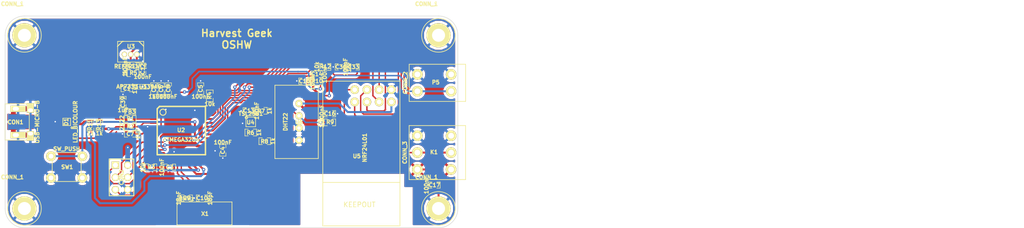
<source format=kicad_pcb>
(kicad_pcb (version 3) (host pcbnew "(2013-07-07 BZR 4022)-stable")
  (layers (15 Dessus.Cu signal) (0 Dessous.Cu signal) (18 B.Paste user) (19 F.Paste user) (20 B.SilkS user hide) (21 F.SilkS user) (22 B.Mask user hide) (23 F.Mask user hide) (28 Edge.Cuts user))
  (net 0 "")
  (net 1 +2.5V)
  (net 2 +3.3V)
  (net 3 +5V)
  (net 4 /DHT22_DATA)
  (net 5 /F_HUMIDITY)
  (net 6 /I2C_SCL)
  (net 7 /I2C_SDA)
  (net 8 /LED1)
  (net 9 /LED2)
  (net 10 /LIGHT_INT)
  (net 11 /NRF_CE)
  (net 12 /NRF_CSN)
  (net 13 /NRF_IRQ)
  (net 14 /SPI_MISO)
  (net 15 /SPI_MOSI)
  (net 16 /SPI_SCK)
  (net 17 /SWITCH)
  (net 18 /THERM_AN)
  (net 19 /USB_D+)
  (net 20 /USB_D-)
  (net 21 /nRESET)
  (net 22 GND)
  (net 23 N-0000021)
  (net 24 N-0000023)
  (net 25 N-0000030)
  (net 26 N-0000031)
  (net 27 N-0000034)
  (net 28 N-0000038)
  (net 29 N-0000042)
  (net 30 N-0000043)
  (net 31 N-000008)
  (module TQFP44 (layer Dessus.Cu) (at 218.4 173.5)
    (fp_text reference U2 (at -0.05 -0.1) (layer F.SilkS) (effects (font (size 0.8 0.8) (thickness 0.2))))
    (fp_text value ATMEGA32U4 (at 0 1.905) (layer F.SilkS) (effects (font (size 0.8 0.8) (thickness 0.2))))
    (pad 39 smd rect (at 0 -5.715) (size 0.4064 1.524) (layers Dessus.Cu F.Paste F.Mask))
    (pad 40 smd rect (at -0.8001 -5.715) (size 0.4064 1.524) (layers Dessus.Cu F.Paste F.Mask))
    (pad 41 smd rect (at -1.6002 -5.715) (size 0.4064 1.524) (layers Dessus.Cu F.Paste F.Mask))
    (pad 42 smd rect (at -2.4003 -5.715) (size 0.4064 1.524) (layers Dessus.Cu F.Paste F.Mask) (net 1 +2.5V))
    (pad 43 smd rect (at -3.2004 -5.715) (size 0.4064 1.524) (layers Dessus.Cu F.Paste F.Mask) (net 22 GND))
    (pad 44 smd rect (at -4.0005 -5.715) (size 0.4064 1.524) (layers Dessus.Cu F.Paste F.Mask) (net 2 +3.3V))
    (pad 38 smd rect (at 0.8001 -5.715) (size 0.4064 1.524) (layers Dessus.Cu F.Paste F.Mask))
    (pad 37 smd rect (at 1.6002 -5.715) (size 0.4064 1.524) (layers Dessus.Cu F.Paste F.Mask))
    (pad 36 smd rect (at 2.4003 -5.715) (size 0.4064 1.524) (layers Dessus.Cu F.Paste F.Mask))
    (pad 35 smd rect (at 3.2004 -5.715) (size 0.4064 1.524) (layers Dessus.Cu F.Paste F.Mask) (net 22 GND))
    (pad 34 smd rect (at 4.0005 -5.715) (size 0.4064 1.524) (layers Dessus.Cu F.Paste F.Mask) (net 2 +3.3V))
    (pad 17 smd rect (at 0 5.715) (size 0.4064 1.524) (layers Dessus.Cu F.Paste F.Mask) (net 25 N-0000030))
    (pad 16 smd rect (at -0.8001 5.715) (size 0.4064 1.524) (layers Dessus.Cu F.Paste F.Mask) (net 26 N-0000031))
    (pad 15 smd rect (at -1.6002 5.715) (size 0.4064 1.524) (layers Dessus.Cu F.Paste F.Mask) (net 22 GND))
    (pad 14 smd rect (at -2.4003 5.715) (size 0.4064 1.524) (layers Dessus.Cu F.Paste F.Mask) (net 2 +3.3V))
    (pad 13 smd rect (at -3.2004 5.715) (size 0.4064 1.524) (layers Dessus.Cu F.Paste F.Mask) (net 21 /nRESET))
    (pad 12 smd rect (at -4.0005 5.715) (size 0.4064 1.524) (layers Dessus.Cu F.Paste F.Mask))
    (pad 18 smd rect (at 0.8001 5.715) (size 0.4064 1.524) (layers Dessus.Cu F.Paste F.Mask) (net 6 /I2C_SCL))
    (pad 19 smd rect (at 1.6002 5.715) (size 0.4064 1.524) (layers Dessus.Cu F.Paste F.Mask) (net 7 /I2C_SDA))
    (pad 20 smd rect (at 2.4003 5.715) (size 0.4064 1.524) (layers Dessus.Cu F.Paste F.Mask) (net 9 /LED2))
    (pad 21 smd rect (at 3.2004 5.715) (size 0.4064 1.524) (layers Dessus.Cu F.Paste F.Mask) (net 8 /LED1))
    (pad 22 smd rect (at 4.0005 5.715) (size 0.4064 1.524) (layers Dessus.Cu F.Paste F.Mask) (net 10 /LIGHT_INT))
    (pad 6 smd rect (at -5.715 0) (size 1.524 0.4064) (layers Dessus.Cu F.Paste F.Mask) (net 28 N-0000038))
    (pad 28 smd rect (at 5.715 0) (size 1.524 0.4064) (layers Dessus.Cu F.Paste F.Mask) (net 4 /DHT22_DATA))
    (pad 7 smd rect (at -5.715 0.8001) (size 1.524 0.4064) (layers Dessus.Cu F.Paste F.Mask) (net 3 +5V))
    (pad 27 smd rect (at 5.715 0.8001) (size 1.524 0.4064) (layers Dessus.Cu F.Paste F.Mask))
    (pad 26 smd rect (at 5.715 1.6002) (size 1.524 0.4064) (layers Dessus.Cu F.Paste F.Mask) (net 5 /F_HUMIDITY))
    (pad 8 smd rect (at -5.715 1.6002) (size 1.524 0.4064) (layers Dessus.Cu F.Paste F.Mask))
    (pad 9 smd rect (at -5.715 2.4003) (size 1.524 0.4064) (layers Dessus.Cu F.Paste F.Mask) (net 16 /SPI_SCK))
    (pad 25 smd rect (at 5.715 2.4003) (size 1.524 0.4064) (layers Dessus.Cu F.Paste F.Mask) (net 17 /SWITCH))
    (pad 24 smd rect (at 5.715 3.2004) (size 1.524 0.4064) (layers Dessus.Cu F.Paste F.Mask) (net 2 +3.3V))
    (pad 10 smd rect (at -5.715 3.2004) (size 1.524 0.4064) (layers Dessus.Cu F.Paste F.Mask) (net 15 /SPI_MOSI))
    (pad 11 smd rect (at -5.715 4.0005) (size 1.524 0.4064) (layers Dessus.Cu F.Paste F.Mask) (net 14 /SPI_MISO))
    (pad 23 smd rect (at 5.715 4.0005) (size 1.524 0.4064) (layers Dessus.Cu F.Paste F.Mask) (net 22 GND))
    (pad 29 smd rect (at 5.715 -0.8001) (size 1.524 0.4064) (layers Dessus.Cu F.Paste F.Mask) (net 18 /THERM_AN))
    (pad 5 smd rect (at -5.715 -0.8001) (size 1.524 0.4064) (layers Dessus.Cu F.Paste F.Mask) (net 22 GND))
    (pad 4 smd rect (at -5.715 -1.6002) (size 1.524 0.4064) (layers Dessus.Cu F.Paste F.Mask) (net 19 /USB_D+))
    (pad 30 smd rect (at 5.715 -1.6002) (size 1.524 0.4064) (layers Dessus.Cu F.Paste F.Mask) (net 12 /NRF_CSN))
    (pad 31 smd rect (at 5.715 -2.4003) (size 1.524 0.4064) (layers Dessus.Cu F.Paste F.Mask) (net 11 /NRF_CE))
    (pad 3 smd rect (at -5.715 -2.4003) (size 1.524 0.4064) (layers Dessus.Cu F.Paste F.Mask) (net 20 /USB_D-))
    (pad 2 smd rect (at -5.715 -3.2004) (size 1.524 0.4064) (layers Dessus.Cu F.Paste F.Mask) (net 3 +5V))
    (pad 32 smd rect (at 5.715 -3.2004) (size 1.524 0.4064) (layers Dessus.Cu F.Paste F.Mask) (net 13 /NRF_IRQ))
    (pad 33 smd rect (at 5.715 -4.0005) (size 1.524 0.4064) (layers Dessus.Cu F.Paste F.Mask) (net 27 N-0000034))
    (pad 1 smd rect (at -5.715 -4.0005) (size 1.524 0.4064) (layers Dessus.Cu F.Paste F.Mask))
  )
  (module SOT23 (layer Dessus.Cu) (at 210.4 164.4)
    (fp_text reference U1 (at 0.05 0.05) (layer F.SilkS) (effects (font (size 0.8 0.8) (thickness 0.2))))
    (fp_text value AP7333-33SAG-7 (at 0.0635 0) (layer F.SilkS) (effects (font (size 0.8 0.8) (thickness 0.2))))
    (pad 3 smd rect (at 0 -1.09982) (size 0.8001 1.00076) (layers Dessus.Cu F.Paste F.Mask) (net 22 GND))
    (pad 2 smd rect (at 0.9525 1.09982) (size 0.8001 1.00076) (layers Dessus.Cu F.Paste F.Mask) (net 2 +3.3V))
    (pad 1 smd rect (at -0.9525 1.09982) (size 0.8001 1.00076) (layers Dessus.Cu F.Paste F.Mask) (net 3 +5V))
  )
  (module SM0603_Resistor (layer Dessus.Cu) (at 207.8 172.7)
    (fp_text reference R2 (at 0.0635 -0.0635) (layer F.SilkS) (effects (font (size 0.8 0.8) (thickness 0.2))))
    (fp_text value 22 (at -1.69926 0 90) (layer F.SilkS) (effects (font (size 0.8 0.8) (thickness 0.2))))
    (pad 1 smd rect (at -0.762 0) (size 0.635 1.143) (layers Dessus.Cu F.Paste F.Mask) (net 30 N-0000043))
    (pad 2 smd rect (at 0.762 0) (size 0.635 1.143) (layers Dessus.Cu F.Paste F.Mask) (net 19 /USB_D+))
  )
  (module SM0603_Resistor (layer Dessus.Cu) (at 248.2 160.3)
    (fp_text reference R12 (at 0.0635 -0.0635) (layer F.SilkS) (effects (font (size 0.8 0.8) (thickness 0.2))))
    (fp_text value 10k (at -1.69926 0 90) (layer F.SilkS) (effects (font (size 0.8 0.8) (thickness 0.2))))
    (pad 1 smd rect (at -0.762 0) (size 0.635 1.143) (layers Dessus.Cu F.Paste F.Mask) (net 12 /NRF_CSN))
    (pad 2 smd rect (at 0.762 0) (size 0.635 1.143) (layers Dessus.Cu F.Paste F.Mask) (net 2 +3.3V))
  )
  (module SM0603_Resistor (layer Dessus.Cu) (at 232.8 173.9 180)
    (fp_text reference R6 (at 0.0635 -0.0635 180) (layer F.SilkS) (effects (font (size 0.8 0.8) (thickness 0.2))))
    (fp_text value 1k (at -1.69926 0 270) (layer F.SilkS) (effects (font (size 0.8 0.8) (thickness 0.2))))
    (pad 1 smd rect (at -0.762 0 180) (size 0.635 1.143) (layers Dessus.Cu F.Paste F.Mask) (net 6 /I2C_SCL))
    (pad 2 smd rect (at 0.762 0 180) (size 0.635 1.143) (layers Dessus.Cu F.Paste F.Mask) (net 2 +3.3V))
  )
  (module SM0603_Resistor (layer Dessus.Cu) (at 235 169.4 180)
    (fp_text reference R7 (at 0.0635 -0.0635 180) (layer F.SilkS) (effects (font (size 0.8 0.8) (thickness 0.2))))
    (fp_text value 1k (at -1.69926 0 270) (layer F.SilkS) (effects (font (size 0.8 0.8) (thickness 0.2))))
    (pad 1 smd rect (at -0.762 0 180) (size 0.635 1.143) (layers Dessus.Cu F.Paste F.Mask) (net 7 /I2C_SDA))
    (pad 2 smd rect (at 0.762 0 180) (size 0.635 1.143) (layers Dessus.Cu F.Paste F.Mask) (net 2 +3.3V))
  )
  (module SM0603_Resistor (layer Dessus.Cu) (at 208.4 161.6)
    (fp_text reference R5 (at 0.0635 -0.0635) (layer F.SilkS) (effects (font (size 0.8 0.8) (thickness 0.2))))
    (fp_text value 1k (at -1.69926 0 90) (layer F.SilkS) (effects (font (size 0.8 0.8) (thickness 0.2))))
    (pad 1 smd rect (at -0.762 0) (size 0.635 1.143) (layers Dessus.Cu F.Paste F.Mask) (net 1 +2.5V))
    (pad 2 smd rect (at 0.762 0) (size 0.635 1.143) (layers Dessus.Cu F.Paste F.Mask) (net 2 +3.3V))
  )
  (module SM0603_Resistor (layer Dessus.Cu) (at 224.3 166.3 90)
    (fp_text reference R4 (at 0.0635 -0.0635 90) (layer F.SilkS) (effects (font (size 0.8 0.8) (thickness 0.2))))
    (fp_text value 10k (at -1.69926 0 180) (layer F.SilkS) (effects (font (size 0.8 0.8) (thickness 0.2))))
    (pad 1 smd rect (at -0.762 0 90) (size 0.635 1.143) (layers Dessus.Cu F.Paste F.Mask) (net 27 N-0000034))
    (pad 2 smd rect (at 0.762 0 90) (size 0.635 1.143) (layers Dessus.Cu F.Paste F.Mask) (net 2 +3.3V))
  )
  (module SM0603_Resistor (layer Dessus.Cu) (at 212.1 181.1)
    (fp_text reference R3 (at 0.0635 -0.0635) (layer F.SilkS) (effects (font (size 0.8 0.8) (thickness 0.2))))
    (fp_text value 10k (at -1.69926 0 90) (layer F.SilkS) (effects (font (size 0.8 0.8) (thickness 0.2))))
    (pad 1 smd rect (at -0.762 0) (size 0.635 1.143) (layers Dessus.Cu F.Paste F.Mask) (net 21 /nRESET))
    (pad 2 smd rect (at 0.762 0) (size 0.635 1.143) (layers Dessus.Cu F.Paste F.Mask) (net 2 +3.3V))
  )
  (module SM0603_Resistor (layer Dessus.Cu) (at 235.7 175.7 180)
    (fp_text reference R8 (at 0.0635 -0.0635 180) (layer F.SilkS) (effects (font (size 0.8 0.8) (thickness 0.2))))
    (fp_text value 1k (at -1.69926 0 270) (layer F.SilkS) (effects (font (size 0.8 0.8) (thickness 0.2))))
    (pad 1 smd rect (at -0.762 0 180) (size 0.635 1.143) (layers Dessus.Cu F.Paste F.Mask) (net 10 /LIGHT_INT))
    (pad 2 smd rect (at 0.762 0 180) (size 0.635 1.143) (layers Dessus.Cu F.Paste F.Mask) (net 2 +3.3V))
  )
  (module SM0603_Resistor (layer Dessus.Cu) (at 207.8 171.1)
    (fp_text reference R1 (at 0.0635 -0.0635) (layer F.SilkS) (effects (font (size 0.8 0.8) (thickness 0.2))))
    (fp_text value 22 (at -1.69926 0 90) (layer F.SilkS) (effects (font (size 0.8 0.8) (thickness 0.2))))
    (pad 1 smd rect (at -0.762 0) (size 0.635 1.143) (layers Dessus.Cu F.Paste F.Mask) (net 29 N-0000042))
    (pad 2 smd rect (at 0.762 0) (size 0.635 1.143) (layers Dessus.Cu F.Paste F.Mask) (net 20 /USB_D-))
  )
  (module SM0603_Resistor (layer Dessus.Cu) (at 246.5 163.3)
    (fp_text reference R10 (at 0.0635 -0.0635) (layer F.SilkS) (effects (font (size 0.8 0.8) (thickness 0.2))))
    (fp_text value 10k (at -1.69926 0 90) (layer F.SilkS) (effects (font (size 0.8 0.8) (thickness 0.2))))
    (pad 1 smd rect (at -0.762 0) (size 0.635 1.143) (layers Dessus.Cu F.Paste F.Mask) (net 18 /THERM_AN))
    (pad 2 smd rect (at 0.762 0) (size 0.635 1.143) (layers Dessus.Cu F.Paste F.Mask) (net 1 +2.5V))
  )
  (module SM0603_Resistor (layer Dessus.Cu) (at 249.2 171.8)
    (fp_text reference R9 (at 0.0635 -0.0635) (layer F.SilkS) (effects (font (size 0.8 0.8) (thickness 0.2))))
    (fp_text value 10k (at -1.69926 0 90) (layer F.SilkS) (effects (font (size 0.8 0.8) (thickness 0.2))))
    (pad 1 smd rect (at -0.762 0) (size 0.635 1.143) (layers Dessus.Cu F.Paste F.Mask) (net 4 /DHT22_DATA))
    (pad 2 smd rect (at 0.762 0) (size 0.635 1.143) (layers Dessus.Cu F.Paste F.Mask) (net 2 +3.3V))
  )
  (module SM0603_Capa (layer Dessus.Cu) (at 232.4 169.4 180)
    (fp_text reference C13 (at 0 0 180) (layer F.SilkS) (effects (font (size 0.8 0.8) (thickness 0.2))))
    (fp_text value 100nF (at -1.651 0 270) (layer F.SilkS) (effects (font (size 0.8 0.8) (thickness 0.2))))
    (pad 1 smd rect (at -0.762 0 180) (size 0.635 1.143) (layers Dessus.Cu F.Paste F.Mask) (net 2 +3.3V))
    (pad 2 smd rect (at 0.762 0 180) (size 0.635 1.143) (layers Dessus.Cu F.Paste F.Mask) (net 22 GND))
  )
  (module SM0603_Capa (layer Dessus.Cu) (at 215.7 164.8 90)
    (fp_text reference C8 (at 0 0 90) (layer F.SilkS) (effects (font (size 0.8 0.8) (thickness 0.2))))
    (fp_text value 100nF (at -1.651 0 180) (layer F.SilkS) (effects (font (size 0.8 0.8) (thickness 0.2))))
    (pad 1 smd rect (at -0.762 0 90) (size 0.635 1.143) (layers Dessus.Cu F.Paste F.Mask) (net 1 +2.5V))
    (pad 2 smd rect (at 0.762 0 90) (size 0.635 1.143) (layers Dessus.Cu F.Paste F.Mask) (net 22 GND))
  )
  (module SM0603_Capa (layer Dessus.Cu) (at 216 181.1)
    (fp_text reference C3 (at 0 0) (layer F.SilkS) (effects (font (size 0.8 0.8) (thickness 0.2))))
    (fp_text value 100nF (at -1.651 0 90) (layer F.SilkS) (effects (font (size 0.8 0.8) (thickness 0.2))))
    (pad 1 smd rect (at -0.762 0) (size 0.635 1.143) (layers Dessus.Cu F.Paste F.Mask) (net 2 +3.3V))
    (pad 2 smd rect (at 0.762 0) (size 0.635 1.143) (layers Dessus.Cu F.Paste F.Mask) (net 22 GND))
  )
  (module SM0603_Capa (layer Dessus.Cu) (at 227 177.6 270)
    (fp_text reference C4 (at 0 0 270) (layer F.SilkS) (effects (font (size 0.8 0.8) (thickness 0.2))))
    (fp_text value 100nF (at -1.651 0 360) (layer F.SilkS) (effects (font (size 0.8 0.8) (thickness 0.2))))
    (pad 1 smd rect (at -0.762 0 270) (size 0.635 1.143) (layers Dessus.Cu F.Paste F.Mask) (net 2 +3.3V))
    (pad 2 smd rect (at 0.762 0 270) (size 0.635 1.143) (layers Dessus.Cu F.Paste F.Mask) (net 22 GND))
  )
  (module SM0603_Capa (layer Dessus.Cu) (at 222.4 164.8 90)
    (fp_text reference C5 (at 0 0 90) (layer F.SilkS) (effects (font (size 0.8 0.8) (thickness 0.2))))
    (fp_text value 100nF (at -1.651 0 180) (layer F.SilkS) (effects (font (size 0.8 0.8) (thickness 0.2))))
    (pad 1 smd rect (at -0.762 0 90) (size 0.635 1.143) (layers Dessus.Cu F.Paste F.Mask) (net 2 +3.3V))
    (pad 2 smd rect (at 0.762 0 90) (size 0.635 1.143) (layers Dessus.Cu F.Paste F.Mask) (net 22 GND))
  )
  (module SM0603_Capa (layer Dessus.Cu) (at 214.2 164.8 90)
    (fp_text reference C6 (at 0 0 90) (layer F.SilkS) (effects (font (size 0.8 0.8) (thickness 0.2))))
    (fp_text value 100nF (at -1.651 0 180) (layer F.SilkS) (effects (font (size 0.8 0.8) (thickness 0.2))))
    (pad 1 smd rect (at -0.762 0 90) (size 0.635 1.143) (layers Dessus.Cu F.Paste F.Mask) (net 2 +3.3V))
    (pad 2 smd rect (at 0.762 0 90) (size 0.635 1.143) (layers Dessus.Cu F.Paste F.Mask) (net 22 GND))
  )
  (module SM0603_Capa (layer Dessus.Cu) (at 208.4 160.1)
    (fp_text reference C11 (at 0 0) (layer F.SilkS) (effects (font (size 0.8 0.8) (thickness 0.2))))
    (fp_text value 100nF (at -1.651 0 90) (layer F.SilkS) (effects (font (size 0.8 0.8) (thickness 0.2))))
    (pad 1 smd rect (at -0.762 0) (size 0.635 1.143) (layers Dessus.Cu F.Paste F.Mask) (net 1 +2.5V))
    (pad 2 smd rect (at 0.762 0) (size 0.635 1.143) (layers Dessus.Cu F.Paste F.Mask) (net 22 GND))
  )
  (module SM0603_Capa (layer Dessus.Cu) (at 246.5 161.8 180)
    (fp_text reference C14 (at 0 0 180) (layer F.SilkS) (effects (font (size 0.8 0.8) (thickness 0.2))))
    (fp_text value 100nF (at -1.651 0 270) (layer F.SilkS) (effects (font (size 0.8 0.8) (thickness 0.2))))
    (pad 1 smd rect (at -0.762 0 180) (size 0.635 1.143) (layers Dessus.Cu F.Paste F.Mask) (net 1 +2.5V))
    (pad 2 smd rect (at 0.762 0 180) (size 0.635 1.143) (layers Dessus.Cu F.Paste F.Mask) (net 22 GND))
  )
  (module SM0603_Capa (layer Dessus.Cu) (at 243.95 163.25 180)
    (fp_text reference C15 (at 0 0 180) (layer F.SilkS) (effects (font (size 0.8 0.8) (thickness 0.2))))
    (fp_text value 100nF (at -1.651 0 270) (layer F.SilkS) (effects (font (size 0.8 0.8) (thickness 0.2))))
    (pad 1 smd rect (at -0.762 0 180) (size 0.635 1.143) (layers Dessus.Cu F.Paste F.Mask) (net 18 /THERM_AN))
    (pad 2 smd rect (at 0.762 0 180) (size 0.635 1.143) (layers Dessus.Cu F.Paste F.Mask) (net 22 GND))
  )
  (module SM0603_Capa (layer Dessus.Cu) (at 249.2 170)
    (fp_text reference C16 (at 0 0) (layer F.SilkS) (effects (font (size 0.8 0.8) (thickness 0.2))))
    (fp_text value 100nF (at -1.651 0 90) (layer F.SilkS) (effects (font (size 0.8 0.8) (thickness 0.2))))
    (pad 1 smd rect (at -0.762 0) (size 0.635 1.143) (layers Dessus.Cu F.Paste F.Mask) (net 2 +3.3V))
    (pad 2 smd rect (at 0.762 0) (size 0.635 1.143) (layers Dessus.Cu F.Paste F.Mask) (net 22 GND))
  )
  (module SM0603_Capa (layer Dessus.Cu) (at 270.8783 184.80532)
    (fp_text reference C17 (at 0 0) (layer F.SilkS) (effects (font (size 0.8 0.8) (thickness 0.2))))
    (fp_text value 100nF (at -1.651 0 90) (layer F.SilkS) (effects (font (size 0.8 0.8) (thickness 0.2))))
    (pad 1 smd rect (at -0.762 0) (size 0.635 1.143) (layers Dessus.Cu F.Paste F.Mask) (net 2 +3.3V))
    (pad 2 smd rect (at 0.762 0) (size 0.635 1.143) (layers Dessus.Cu F.Paste F.Mask) (net 22 GND))
  )
  (module SM0603_Capa (layer Dessus.Cu) (at 207.1 164.8 180)
    (fp_text reference C1 (at 0 0 180) (layer F.SilkS) (effects (font (size 0.8 0.8) (thickness 0.2))))
    (fp_text value 1uF (at -1.651 0 270) (layer F.SilkS) (effects (font (size 0.8 0.8) (thickness 0.2))))
    (pad 1 smd rect (at -0.762 0 180) (size 0.635 1.143) (layers Dessus.Cu F.Paste F.Mask) (net 3 +5V))
    (pad 2 smd rect (at 0.762 0 180) (size 0.635 1.143) (layers Dessus.Cu F.Paste F.Mask) (net 22 GND))
  )
  (module SM0603_Capa (layer Dessus.Cu) (at 212.7 164.8 90)
    (fp_text reference C2 (at 0 0 90) (layer F.SilkS) (effects (font (size 0.8 0.8) (thickness 0.2))))
    (fp_text value 1uF (at -1.651 0 180) (layer F.SilkS) (effects (font (size 0.8 0.8) (thickness 0.2))))
    (pad 1 smd rect (at -0.762 0 90) (size 0.635 1.143) (layers Dessus.Cu F.Paste F.Mask) (net 2 +3.3V))
    (pad 2 smd rect (at 0.762 0 90) (size 0.635 1.143) (layers Dessus.Cu F.Paste F.Mask) (net 22 GND))
  )
  (module SM0603_Capa (layer Dessus.Cu) (at 254.1 160.3)
    (fp_text reference C33 (at 0 0) (layer F.SilkS) (effects (font (size 0.8 0.8) (thickness 0.2))))
    (fp_text value 100nF (at -1.651 0 90) (layer F.SilkS) (effects (font (size 0.8 0.8) (thickness 0.2))))
    (pad 1 smd rect (at -0.762 0) (size 0.635 1.143) (layers Dessus.Cu F.Paste F.Mask) (net 2 +3.3V))
    (pad 2 smd rect (at 0.762 0) (size 0.635 1.143) (layers Dessus.Cu F.Paste F.Mask) (net 22 GND))
  )
  (module SM0603_Capa (layer Dessus.Cu) (at 251.5 160.3 180)
    (fp_text reference C36 (at 0 0 180) (layer F.SilkS) (effects (font (size 0.8 0.8) (thickness 0.2))))
    (fp_text value 1uF (at -1.651 0 270) (layer F.SilkS) (effects (font (size 0.8 0.8) (thickness 0.2))))
    (pad 1 smd rect (at -0.762 0 180) (size 0.635 1.143) (layers Dessus.Cu F.Paste F.Mask) (net 2 +3.3V))
    (pad 2 smd rect (at 0.762 0 180) (size 0.635 1.143) (layers Dessus.Cu F.Paste F.Mask) (net 22 GND))
  )
  (module SM0603_Capa (layer Dessus.Cu) (at 222.7 187.5 180)
    (fp_text reference C10 (at 0 0 180) (layer F.SilkS) (effects (font (size 0.8 0.8) (thickness 0.2))))
    (fp_text value 18pF (at -1.651 0 270) (layer F.SilkS) (effects (font (size 0.8 0.8) (thickness 0.2))))
    (pad 1 smd rect (at -0.762 0 180) (size 0.635 1.143) (layers Dessus.Cu F.Paste F.Mask) (net 25 N-0000030))
    (pad 2 smd rect (at 0.762 0 180) (size 0.635 1.143) (layers Dessus.Cu F.Paste F.Mask) (net 22 GND))
  )
  (module SM0603_Capa (layer Dessus.Cu) (at 210.4 160.7 90)
    (fp_text reference C12 (at 0 0 90) (layer F.SilkS) (effects (font (size 0.8 0.8) (thickness 0.2))))
    (fp_text value 100nF (at -1.651 0 180) (layer F.SilkS) (effects (font (size 0.8 0.8) (thickness 0.2))))
    (pad 1 smd rect (at -0.762 0 90) (size 0.635 1.143) (layers Dessus.Cu F.Paste F.Mask) (net 2 +3.3V))
    (pad 2 smd rect (at 0.762 0 90) (size 0.635 1.143) (layers Dessus.Cu F.Paste F.Mask) (net 22 GND))
  )
  (module SM0603_Capa (layer Dessus.Cu) (at 207.8 174.2 180)
    (fp_text reference C7 (at 0 0 180) (layer F.SilkS) (effects (font (size 0.8 0.8) (thickness 0.2))))
    (fp_text value 1uF (at -1.651 0 270) (layer F.SilkS) (effects (font (size 0.8 0.8) (thickness 0.2))))
    (pad 1 smd rect (at -0.762 0 180) (size 0.635 1.143) (layers Dessus.Cu F.Paste F.Mask) (net 28 N-0000038))
    (pad 2 smd rect (at 0.762 0 180) (size 0.635 1.143) (layers Dessus.Cu F.Paste F.Mask) (net 22 GND))
  )
  (module SM0603_Capa (layer Dessus.Cu) (at 219.5 187.5)
    (fp_text reference C9 (at 0 0) (layer F.SilkS) (effects (font (size 0.8 0.8) (thickness 0.2))))
    (fp_text value 18pF (at -1.651 0 90) (layer F.SilkS) (effects (font (size 0.8 0.8) (thickness 0.2))))
    (pad 1 smd rect (at -0.762 0) (size 0.635 1.143) (layers Dessus.Cu F.Paste F.Mask) (net 26 N-0000031))
    (pad 2 smd rect (at 0.762 0) (size 0.635 1.143) (layers Dessus.Cu F.Paste F.Mask) (net 22 GND))
  )
  (module NRF24L01 (layer Dessus.Cu) (at 263.2329 163.7538 90)
    (fp_text reference U5 (at -15.05 -8.45 180) (layer F.SilkS) (effects (font (size 0.8 0.8) (thickness 0.2))))
    (fp_text value NRF24L01 (at -13.3 -6.8 90) (layer F.SilkS) (effects (font (size 0.8 0.8) (thickness 0.2))))
    (fp_text user KEEPOUT (at -25.1 -7.9 180) (layer F.SilkS))
    (pad 1 thru_hole circle (at -1.27 -1.27 90) (size 1.8 1.8) (drill 1) (layers *.Cu *.Mask F.SilkS) (net 22 GND))
    (pad 2 thru_hole circle (at -3.81 -1.27 90) (size 1.8 1.8) (drill 1) (layers *.Cu *.Mask F.SilkS) (net 2 +3.3V))
    (pad 3 thru_hole circle (at -1.27 -3.81 90) (size 1.8 1.8) (drill 1) (layers *.Cu *.Mask F.SilkS) (net 11 /NRF_CE))
    (pad 4 thru_hole circle (at -3.81 -3.81 90) (size 1.8 1.8) (drill 1) (layers *.Cu *.Mask F.SilkS) (net 12 /NRF_CSN))
    (pad 5 thru_hole circle (at -1.27 -6.35 90) (size 1.8 1.8) (drill 1) (layers *.Cu *.Mask F.SilkS) (net 16 /SPI_SCK))
    (pad 6 thru_hole circle (at -3.81 -6.35 90) (size 1.8 1.8) (drill 1) (layers *.Cu *.Mask F.SilkS) (net 15 /SPI_MOSI))
    (pad 7 thru_hole circle (at -1.27 -8.89 90) (size 1.8 1.8) (drill 1) (layers *.Cu *.Mask F.SilkS) (net 14 /SPI_MISO))
    (pad 8 thru_hole circle (at -3.81 -8.89 90) (size 1.8 1.8) (drill 1) (layers *.Cu *.Mask F.SilkS) (net 13 /NRF_IRQ))
  )
  (module HC49US (layer Dessus.Cu) (at 223.2 190.7)
    (fp_text reference X1 (at 0.1 0.05) (layer F.SilkS) (effects (font (size 0.8 0.8) (thickness 0.2))))
    (fp_text value 8MHz (at -3.7 -3.1) (layer F.SilkS) (effects (font (size 0.8 0.8) (thickness 0.2))))
    (pad 1 smd rect (at -4.75 0) (size 5.6 2.2) (layers Dessus.Cu F.Paste F.Mask) (net 26 N-0000031))
    (pad 2 smd rect (at 4.75 0) (size 5.6 2.2) (layers Dessus.Cu F.Paste F.Mask) (net 25 N-0000030))
  )
  (module con_microusb_10103594 (layer Dessus.Cu) (at 184.06732 171.70254 270)
    (fp_text reference CON1 (at 0.05 0.05 360) (layer F.SilkS) (effects (font (size 0.8 0.8) (thickness 0.2))))
    (fp_text value USB-MICRO-B (at 0 -4.45 270) (layer F.SilkS) (effects (font (size 0.8 0.8) (thickness 0.2))))
    (pad 1 smd rect (at -1.3 -2.825 270) (size 0.4 1.75) (layers Dessus.Cu F.Paste F.Mask) (net 31 N-000008))
    (pad 2 smd rect (at -0.65 -2.825 270) (size 0.4 1.75) (layers Dessus.Cu F.Paste F.Mask) (net 29 N-0000042))
    (pad 3 smd rect (at 0 -2.825 270) (size 0.4 1.75) (layers Dessus.Cu F.Paste F.Mask) (net 30 N-0000043))
    (pad 4 smd rect (at 0.65 -2.825 270) (size 0.4 1.75) (layers Dessus.Cu F.Paste F.Mask))
    (pad 5 smd rect (at 1.3 -2.825 270) (size 0.4 1.75) (layers Dessus.Cu F.Paste F.Mask) (net 22 GND))
    (pad 6 thru_hole rect (at -2.425 -3.03 270) (size 2 1.46) (drill oval 0.75 1.05 (offset -0.475 0)) (layers *.Cu *.Mask F.SilkS) (net 22 GND))
    (pad 7 thru_hole rect (at 2.425 -3.03 90) (size 2 1.46) (drill oval 0.75 1.05 (offset -0.475 0)) (layers *.Cu *.Mask F.SilkS) (net 22 GND))
    (pad 8 thru_hole rect (at -2.725 0 270) (size 1.3 3.15) (drill oval 0.8 1.3 (offset 0 -0.475)) (layers *.Cu *.Mask F.SilkS) (net 22 GND))
    (pad 9 thru_hole rect (at 2.725 0 270) (size 1.3 3.15) (drill oval 0.8 1.3 (offset 0 -0.475)) (layers *.Cu *.Mask F.SilkS) (net 22 GND))
    (pad 10 smd rect (at -0.9625 0.5 270) (size 1.425 2.5) (layers Dessus.Cu F.Paste F.Mask) (net 22 GND))
    (pad 11 smd rect (at 0.9625 0.5 270) (size 1.425 2.5) (layers Dessus.Cu F.Paste F.Mask) (net 22 GND))
  )
  (module pin_array_3x2 (layer Dessus.Cu) (at 206 183.2 270)
    (fp_text reference CON2 (at 0 0 270) (layer F.SilkS) (effects (font (size 0.8 0.8) (thickness 0.2))))
    (fp_text value AVR-ISP-6 hide)
    (pad 1 thru_hole rect (at -2.54 1.27 270) (size 1.524 1.524) (drill 1.016) (layers *.Cu *.Mask F.SilkS) (net 14 /SPI_MISO))
    (pad 2 thru_hole circle (at -2.54 -1.27 270) (size 1.524 1.524) (drill 1.016) (layers *.Cu *.Mask F.SilkS) (net 2 +3.3V))
    (pad 3 thru_hole circle (at 0 1.27 270) (size 1.524 1.524) (drill 1.016) (layers *.Cu *.Mask F.SilkS) (net 16 /SPI_SCK))
    (pad 4 thru_hole circle (at 0 -1.27 270) (size 1.524 1.524) (drill 1.016) (layers *.Cu *.Mask F.SilkS) (net 15 /SPI_MOSI))
    (pad 5 thru_hole circle (at 2.54 1.27 270) (size 1.524 1.524) (drill 1.016) (layers *.Cu *.Mask F.SilkS) (net 21 /nRESET))
    (pad 6 thru_hole circle (at 2.54 -1.27 270) (size 1.524 1.524) (drill 1.016) (layers *.Cu *.Mask F.SilkS) (net 22 GND))
  )
  (module SM0603_Capa (layer Dessus.Cu) (at 206.3 167.6 90)
    (fp_text reference C39 (at 0 0 90) (layer F.SilkS) (effects (font (size 0.8 0.8) (thickness 0.2))))
    (fp_text value 1uF (at -1.651 0 180) (layer F.SilkS) (effects (font (size 0.8 0.8) (thickness 0.2))))
    (pad 1 smd rect (at -0.762 0 90) (size 0.635 1.143) (layers Dessus.Cu F.Paste F.Mask) (net 31 N-000008))
    (pad 2 smd rect (at 0.762 0 90) (size 0.635 1.143) (layers Dessus.Cu F.Paste F.Mask) (net 22 GND))
  )
  (module SM0603 (layer Dessus.Cu) (at 207.8 169.6)
    (fp_text reference FB3 (at 0 0) (layer F.SilkS) (effects (font (size 0.8 0.8) (thickness 0.2))))
    (fp_text value FERRITE hide)
    (pad 1 smd rect (at -0.762 0) (size 0.635 1.143) (layers Dessus.Cu F.Paste F.Mask) (net 31 N-000008))
    (pad 2 smd rect (at 0.762 0) (size 0.635 1.143) (layers Dessus.Cu F.Paste F.Mask) (net 3 +5V))
  )
  (module CON_3_weidmuller (layer Dessus.Cu) (at 274.3454 178.0667 90)
    (fp_text reference K1 (at 0.1 -3.55 180) (layer F.SilkS) (effects (font (size 0.8 0.8) (thickness 0.2))))
    (fp_text value CONN_3 (at 0 -9.6 90) (layer F.SilkS) (effects (font (size 0.8 0.8) (thickness 0.2))))
    (pad 1 thru_hole circle (at -3.5 0 90) (size 2.2 2.2) (drill 1.2) (layers *.Cu *.Mask F.SilkS) (net 2 +3.3V))
    (pad 2 thru_hole circle (at 0 0 90) (size 2.2 2.2) (drill 1.2) (layers *.Cu *.Mask F.SilkS) (net 5 /F_HUMIDITY))
    (pad 3 thru_hole circle (at 3.5 0 90) (size 2.2 2.2) (drill 1.2) (layers *.Cu *.Mask F.SilkS) (net 22 GND))
    (pad 1 thru_hole circle (at -3.5 -7 90) (size 2.2 2.2) (drill 1.2) (layers *.Cu *.Mask F.SilkS) (net 2 +3.3V))
    (pad 2 thru_hole circle (at 0 -7 90) (size 2.2 2.2) (drill 1.2) (layers *.Cu *.Mask F.SilkS) (net 5 /F_HUMIDITY))
    (pad 3 thru_hole circle (at 3.5 -7 90) (size 2.2 2.2) (drill 1.2) (layers *.Cu *.Mask F.SilkS) (net 22 GND))
  )
  (module CON_2_weidmuller (layer Dessus.Cu) (at 274.35429 163.59759 90)
    (fp_text reference P5 (at 0.1 -3.2 180) (layer F.SilkS) (effects (font (size 0.8 0.8) (thickness 0.2))))
    (fp_text value CONN_2 (at 0 -9.5 90) (layer F.SilkS) (effects (font (size 0.8 0.8) (thickness 0.2))))
    (pad 1 thru_hole circle (at -1.75 0 90) (size 2.2 2.2) (drill 1.2) (layers *.Cu *.Mask F.SilkS) (net 18 /THERM_AN))
    (pad 2 thru_hole circle (at 1.75 0 90) (size 2.2 2.2) (drill 1.2) (layers *.Cu *.Mask F.SilkS) (net 22 GND))
    (pad 1 thru_hole circle (at -1.75 -7 90) (size 2.2 2.2) (drill 1.2) (layers *.Cu *.Mask F.SilkS) (net 18 /THERM_AN))
    (pad 2 thru_hole circle (at 1.75 -7 90) (size 2.2 2.2) (drill 1.2) (layers *.Cu *.Mask F.SilkS) (net 22 GND))
  )
  (module TO92F (layer Dessus.Cu) (at 207.9 157.7 180)
    (fp_text reference U3 (at -0.05 1.65 180) (layer F.SilkS) (effects (font (size 0.8 0.8) (thickness 0.2))))
    (fp_text value REFERENCE (at 0 -2.5 180) (layer F.SilkS) (effects (font (size 0.8 0.8) (thickness 0.2))))
    (pad 1 thru_hole circle (at -1.3 0 180) (size 1.1 1.1) (drill 0.7) (layers *.Cu *.Mask F.SilkS) (net 22 GND))
    (pad 2 thru_hole circle (at 0 0 180) (size 1.1 1.1) (drill 0.7) (layers *.Cu *.Mask F.SilkS) (net 1 +2.5V))
    (pad 3 thru_hole circle (at 1.3 0 180) (size 1.1 1.1) (drill 0.7) (layers *.Cu *.Mask F.SilkS))
  )
  (module 6-WDFN (layer Dessus.Cu) (at 232.8 171.7)
    (fp_text reference U4 (at -0.05 0.1) (layer F.SilkS) (effects (font (size 0.8 0.8) (thickness 0.2))))
    (fp_text value TSL2581 (at 0 -1.7) (layer F.SilkS) (effects (font (size 0.8 0.8) (thickness 0.2))))
    (pad 1 smd rect (at -0.7 -0.65) (size 0.9 0.4) (layers Dessus.Cu F.Paste F.Mask) (net 2 +3.3V))
    (pad 2 smd rect (at -0.7 0) (size 0.9 0.4) (layers Dessus.Cu F.Paste F.Mask) (net 22 GND))
    (pad 3 smd rect (at -0.7 0.65) (size 0.9 0.4) (layers Dessus.Cu F.Paste F.Mask) (net 22 GND))
    (pad 4 smd rect (at 0.7 0.65) (size 0.9 0.4) (layers Dessus.Cu F.Paste F.Mask) (net 6 /I2C_SCL))
    (pad 5 smd rect (at 0.7 0) (size 0.9 0.4) (layers Dessus.Cu F.Paste F.Mask) (net 10 /LIGHT_INT))
    (pad 6 smd rect (at 0.7 -0.65) (size 0.9 0.4) (layers Dessus.Cu F.Paste F.Mask) (net 7 /I2C_SDA))
  )
  (module SWITCH_FSM16JH (layer Dessus.Cu) (at 194.628008 181.05882)
    (fp_text reference SW1 (at 0.1 0) (layer F.SilkS) (effects (font (size 0.8 0.8) (thickness 0.2))))
    (fp_text value SW_PUSH (at 0 -3.75) (layer F.SilkS) (effects (font (size 0.8 0.8) (thickness 0.2))))
    (pad 1 thru_hole circle (at 3.25 -2.25) (size 2 2) (drill 1) (layers *.Cu *.Mask F.SilkS) (net 17 /SWITCH))
    (pad 2 thru_hole circle (at 3.25 2.25) (size 2 2) (drill 1) (layers *.Cu *.Mask F.SilkS) (net 22 GND))
    (pad 2 thru_hole circle (at -3.25 2.25) (size 2 2) (drill 1) (layers *.Cu *.Mask F.SilkS) (net 22 GND))
    (pad 1 thru_hole circle (at -3.25 -2.25) (size 2 2) (drill 1) (layers *.Cu *.Mask F.SilkS) (net 17 /SWITCH))
  )
  (module SM0603_Resistor (layer Dessus.Cu) (at 199.56272 172.41266 90)
    (fp_text reference R11 (at 0.0635 -0.0635 90) (layer F.SilkS) (effects (font (size 0.8 0.8) (thickness 0.2))))
    (fp_text value 1k (at -1.69926 0 180) (layer F.SilkS) (effects (font (size 0.8 0.8) (thickness 0.2))))
    (pad 1 smd rect (at -0.762 0 90) (size 0.635 1.143) (layers Dessus.Cu F.Paste F.Mask) (net 8 /LED1))
    (pad 2 smd rect (at 0.762 0 90) (size 0.635 1.143) (layers Dessus.Cu F.Paste F.Mask) (net 23 N-0000021))
  )
  (module SM0603_Resistor (layer Dessus.Cu) (at 201.39406 172.3771 90)
    (fp_text reference R13 (at 0.0635 -0.0635 90) (layer F.SilkS) (effects (font (size 0.8 0.8) (thickness 0.2))))
    (fp_text value 1k (at -1.69926 0 180) (layer F.SilkS) (effects (font (size 0.8 0.8) (thickness 0.2))))
    (pad 1 smd rect (at -0.762 0 90) (size 0.635 1.143) (layers Dessus.Cu F.Paste F.Mask) (net 9 /LED2))
    (pad 2 smd rect (at 0.762 0 90) (size 0.635 1.143) (layers Dessus.Cu F.Paste F.Mask) (net 24 N-0000023))
  )
  (module LED_BIC_LST (layer Dessus.Cu) (at 194.628008 171.70019 270)
    (fp_text reference D1 (at 0 0.1 270) (layer F.SilkS) (effects (font (size 0.8 0.8) (thickness 0.2))))
    (fp_text value LED_BICOLOUR (at 0 -1.8 270) (layer F.SilkS) (effects (font (size 0.8 0.8) (thickness 0.2))))
    (pad 1 smd rect (at 0.425 -0.725 270) (size 0.65 0.85) (layers Dessus.Cu F.Paste F.Mask) (net 23 N-0000021))
    (pad 2 smd rect (at -0.425 -0.725 270) (size 0.65 0.85) (layers Dessus.Cu F.Paste F.Mask) (net 24 N-0000023))
    (pad 3 smd rect (at 0.425 0.725 270) (size 0.65 0.85) (layers Dessus.Cu F.Paste F.Mask) (net 22 GND))
    (pad 4 smd rect (at -0.425 0.725 270) (size 0.65 0.85) (layers Dessus.Cu F.Paste F.Mask) (net 22 GND))
  )
  (module DHT22 (layer Dessus.Cu) (at 242.8 171.7 270)
    (fp_text reference U6 (at 0.05 0 360) (layer F.SilkS) (effects (font (size 0.8 0.8) (thickness 0.2))))
    (fp_text value DHT22 (at 0 2.8 270) (layer F.SilkS) (effects (font (size 0.8 0.8) (thickness 0.2))))
    (pad 1 thru_hole circle (at -3.81 0 270) (size 1.5 1.5) (drill 0.75) (layers *.Cu *.Mask F.SilkS) (net 2 +3.3V))
    (pad 2 thru_hole circle (at -1.27 0 270) (size 1.5 1.5) (drill 0.75) (layers *.Cu *.Mask F.SilkS) (net 4 /DHT22_DATA))
    (pad 3 thru_hole circle (at 1.27 0 270) (size 1.5 1.5) (drill 0.75) (layers *.Cu *.Mask F.SilkS) (net 22 GND))
    (pad 4 thru_hole circle (at 3.81 0 270) (size 1.5 1.5) (drill 0.75) (layers *.Cu *.Mask F.SilkS) (net 22 GND))
  )
  (module HOLE_FIX_HAMMOND (layer Dessus.Cu) (at 185.861282 153.742218)
    (fp_text reference P1 (at 0.12 0.06) (layer F.SilkS) (effects (font (size 0.8 0.8) (thickness 0.2))))
    (fp_text value CONN_1 (at -2.5 -6.5) (layer F.SilkS) (effects (font (size 0.8 0.8) (thickness 0.2))))
    (pad 1 thru_hole circle (at 0 0) (size 5 5) (drill 2.7) (layers *.Cu *.Mask F.SilkS) (net 22 GND))
  )
  (module HOLE_FIX_HAMMOND (layer Dessus.Cu) (at 185.861282 189.657818)
    (fp_text reference P1 (at 0.12 0.06) (layer F.SilkS) (effects (font (size 0.8 0.8) (thickness 0.2))))
    (fp_text value CONN_1 (at -2.5 -6.5) (layer F.SilkS) (effects (font (size 0.8 0.8) (thickness 0.2))))
    (pad 1 thru_hole circle (at 0 0) (size 5 5) (drill 2.7) (layers *.Cu *.Mask F.SilkS) (net 22 GND))
  )
  (module HOLE_FIX_HAMMOND (layer Dessus.Cu) (at 271.738682 189.657818)
    (fp_text reference P1 (at 0.12 0.06) (layer F.SilkS) (effects (font (size 0.8 0.8) (thickness 0.2))))
    (fp_text value CONN_1 (at -2.5 -6.5) (layer F.SilkS) (effects (font (size 0.8 0.8) (thickness 0.2))))
    (pad 1 thru_hole circle (at 0 0) (size 5 5) (drill 2.7) (layers *.Cu *.Mask F.SilkS) (net 22 GND))
  )
  (module HOLE_FIX_HAMMOND (layer Dessus.Cu) (at 271.738682 153.742218)
    (fp_text reference P1 (at 0.12 0.06) (layer F.SilkS) (effects (font (size 0.8 0.8) (thickness 0.2))))
    (fp_text value CONN_1 (at -2.5 -6.5) (layer F.SilkS) (effects (font (size 0.8 0.8) (thickness 0.2))))
    (pad 1 thru_hole circle (at 0 0) (size 5 5) (drill 2.7) (layers *.Cu *.Mask F.SilkS) (net 22 GND))
  )
  (gr_line (start 271.738682 149.741718) (end 185.861282 149.741718) (angle 90) (layer Edge.Cuts) (width 0.1))
  (gr_arc (start 271.738682 153.742218) (end 271.738682 149.741718) (angle 90) (layer Edge.Cuts) (width 0.1))
  (gr_line (start 275.739182 189.657818) (end 275.739182 153.742218) (angle 90) (layer Edge.Cuts) (width 0.1))
  (gr_arc (start 271.738682 189.657818) (end 275.739182 189.657818) (angle 90) (layer Edge.Cuts) (width 0.1))
  (gr_line (start 185.861282 193.658318) (end 271.738682 193.658318) (angle 90) (layer Edge.Cuts) (width 0.1))
  (gr_arc (start 185.861282 189.657818) (end 185.861282 193.658318) (angle 90) (layer Edge.Cuts) (width 0.1))
  (gr_line (start 181.860782 153.742218) (end 181.860782 189.657818) (angle 90) (layer Edge.Cuts) (width 0.1))
  (gr_arc (start 185.861282 153.742218) (end 181.860782 153.742218) (angle 90) (layer Edge.Cuts) (width 0.1))
  (gr_circle (center 195.71706 172.91734) (end 195.81706 173.06734) (layer F.SilkS) (width 0.2))
  (gr_line (start 210.55 155.95) (end 210.55 156) (angle 90) (layer F.SilkS) (width 0.2))
  (gr_line (start 209.65 155.05) (end 210.55 155.95) (angle 90) (layer F.SilkS) (width 0.2))
  (gr_line (start 206.2 155) (end 206.4 155) (angle 90) (layer F.SilkS) (width 0.2))
  (gr_line (start 205.15 156.05) (end 206.2 155) (angle 90) (layer F.SilkS) (width 0.2))
  (gr_circle (center 231.9 170.8) (end 232.05 171) (layer F.SilkS) (width 0.2))
  (gr_text "Harvest Geek\nOSHW" (at 229.8954 154.5082) (layer F.SilkS) (effects (font (size 1.5 1.5) (thickness 0.3))))
  (segment (start 242.6081 161.2646) (end 244.42166 161.2646) (width 0.3) (layer Dessous.Cu) (net 1))
  (segment (start 247.262 164.7895) (end 247.262 163.3) (width 0.3) (layer Dessus.Cu) (net 1))
  (segment (start 247.21312 164.83838) (end 247.262 164.7895) (width 0.3) (layer Dessus.Cu) (net 1))
  (via (at 247.21312 164.83838) (size 0.7) (layers Dessus.Cu Dessous.Cu) (net 1))
  (segment (start 245.41734 164.83838) (end 247.21312 164.83838) (width 0.3) (layer Dessous.Cu) (net 1))
  (segment (start 244.8306 164.25164) (end 245.41734 164.83838) (width 0.3) (layer Dessous.Cu) (net 1))
  (segment (start 244.8306 161.67354) (end 244.8306 164.25164) (width 0.3) (layer Dessous.Cu) (net 1))
  (segment (start 244.42166 161.2646) (end 244.8306 161.67354) (width 0.3) (layer Dessous.Cu) (net 1))
  (segment (start 219.06738 165.49624) (end 219.74302 165.49624) (width 0.3) (layer Dessous.Cu) (net 1))
  (segment (start 222.0722 161.2646) (end 242.6081 161.2646) (width 0.3) (layer Dessous.Cu) (net 1))
  (segment (start 242.6081 161.2646) (end 242.6208 161.2646) (width 0.3) (layer Dessous.Cu) (net 1))
  (segment (start 220.6498 162.687) (end 222.0722 161.2646) (width 0.3) (layer Dessous.Cu) (net 1))
  (segment (start 220.6498 164.58946) (end 220.6498 162.687) (width 0.3) (layer Dessous.Cu) (net 1))
  (segment (start 219.74302 165.49624) (end 220.6498 164.58946) (width 0.3) (layer Dessous.Cu) (net 1))
  (segment (start 215.7 165.562) (end 219.00162 165.562) (width 0.3) (layer Dessus.Cu) (net 1))
  (segment (start 219.0496 165.51402) (end 219.03182 165.51402) (width 0.3) (layer Dessous.Cu) (net 1))
  (segment (start 219.06738 165.49624) (end 219.0496 165.51402) (width 0.3) (layer Dessous.Cu) (net 1))
  (via (at 219.06738 165.49624) (size 0.7) (layers Dessus.Cu Dessous.Cu) (net 1))
  (segment (start 219.00162 165.562) (end 219.06738 165.49624) (width 0.3) (layer Dessus.Cu) (net 1))
  (segment (start 247.262 161.8) (end 247.262 163.3) (width 0.3) (layer Dessus.Cu) (net 1))
  (segment (start 207.9 157.7) (end 207.9 157.4) (width 0.4) (layer Dessus.Cu) (net 1))
  (segment (start 207.9 157.4) (end 211.7 153.6) (width 0.4) (layer Dessus.Cu) (net 1))
  (segment (start 211.7 153.6) (end 216.6 153.6) (width 0.4) (layer Dessus.Cu) (net 1))
  (segment (start 216.6 153.6) (end 219 156) (width 0.4) (layer Dessus.Cu) (net 1))
  (segment (start 219 156) (end 219 162.3) (width 0.4) (layer Dessus.Cu) (net 1))
  (segment (start 216.038 165.562) (end 215.7 165.562) (width 0.4) (layer Dessus.Cu) (net 1))
  (segment (start 219 162.3) (end 219 162.6) (width 0.4) (layer Dessus.Cu) (net 1))
  (segment (start 219 162.6) (end 216.038 165.562) (width 0.4) (layer Dessus.Cu) (net 1))
  (segment (start 207.638 161.6) (end 207.638 160.1) (width 0.4) (layer Dessus.Cu) (net 1))
  (segment (start 207.638 160.1) (end 207.9 159.838) (width 0.4) (layer Dessus.Cu) (net 1))
  (segment (start 207.9 159.838) (end 207.9 157.7) (width 0.4) (layer Dessus.Cu) (net 1))
  (segment (start 215.9997 167.785) (end 215.9997 165.8617) (width 0.3) (layer Dessus.Cu) (net 1))
  (segment (start 215.9997 165.8617) (end 215.7 165.562) (width 0.3) (layer Dessus.Cu) (net 1))
  (segment (start 215.06688 170.1) (end 215.04276 170.1) (width 0.4) (layer Dessus.Cu) (net 2))
  (segment (start 215.04276 170.1) (end 212.61324 167.67048) (width 0.4) (layer Dessus.Cu) (net 2))
  (segment (start 232.038 173.9) (end 230.25752 173.9) (width 0.4) (layer Dessus.Cu) (net 2))
  (segment (start 230.16586 171.05) (end 232.1 171.05) (width 0.4) (layer Dessus.Cu) (net 2))
  (segment (start 229.52202 171.69384) (end 230.16586 171.05) (width 0.4) (layer Dessus.Cu) (net 2))
  (segment (start 229.52202 173.1645) (end 229.52202 171.69384) (width 0.4) (layer Dessus.Cu) (net 2))
  (segment (start 230.25752 173.9) (end 229.52202 173.1645) (width 0.4) (layer Dessus.Cu) (net 2))
  (segment (start 234.938 175.7) (end 232.52996 175.7) (width 0.4) (layer Dessus.Cu) (net 2))
  (segment (start 232.038 175.20804) (end 232.038 173.9) (width 0.4) (layer Dessus.Cu) (net 2))
  (segment (start 232.52996 175.7) (end 232.038 175.20804) (width 0.4) (layer Dessus.Cu) (net 2))
  (segment (start 232.1 171.05) (end 232.1 170.462) (width 0.4) (layer Dessus.Cu) (net 2))
  (segment (start 232.1 170.462) (end 233.162 169.4) (width 0.4) (layer Dessus.Cu) (net 2))
  (segment (start 270.1163 184.80532) (end 270.1163 182.6387) (width 0.4) (layer Dessus.Cu) (net 2))
  (segment (start 269.0443 181.5667) (end 267.3454 181.5667) (width 0.4) (layer Dessus.Cu) (net 2))
  (segment (start 270.1163 182.6387) (end 269.0443 181.5667) (width 0.4) (layer Dessus.Cu) (net 2))
  (segment (start 261.9629 167.5638) (end 261.9629 169.50436) (width 0.4) (layer Dessous.Cu) (net 2))
  (segment (start 251.15374 167.89) (end 242.8 167.89) (width 0.4) (layer Dessous.Cu) (net 2))
  (segment (start 252.9205 169.65676) (end 251.15374 167.89) (width 0.4) (layer Dessous.Cu) (net 2))
  (segment (start 261.8105 169.65676) (end 252.9205 169.65676) (width 0.4) (layer Dessous.Cu) (net 2))
  (segment (start 261.9629 169.50436) (end 261.8105 169.65676) (width 0.4) (layer Dessous.Cu) (net 2))
  (segment (start 247.170705 168.732705) (end 245.633745 168.732705) (width 0.3) (layer Dessus.Cu) (net 2))
  (segment (start 244.79104 167.89) (end 242.8 167.89) (width 0.3) (layer Dessus.Cu) (net 2))
  (segment (start 245.633745 168.732705) (end 244.79104 167.89) (width 0.3) (layer Dessus.Cu) (net 2))
  (segment (start 248.962 160.3) (end 248.962 159.13472) (width 0.3) (layer Dessus.Cu) (net 2))
  (segment (start 252.262 159.02749) (end 252.262 160.3) (width 0.3) (layer Dessus.Cu) (net 2))
  (segment (start 252.04293 158.80842) (end 252.262 159.02749) (width 0.3) (layer Dessus.Cu) (net 2))
  (segment (start 249.2883 158.80842) (end 252.04293 158.80842) (width 0.3) (layer Dessus.Cu) (net 2))
  (segment (start 248.962 159.13472) (end 249.2883 158.80842) (width 0.3) (layer Dessus.Cu) (net 2))
  (segment (start 248.962 160.3) (end 248.962 159.738) (width 0.4) (layer Dessus.Cu) (net 2))
  (segment (start 247.138 168.7) (end 247.170705 168.732705) (width 0.4) (layer Dessus.Cu) (net 2))
  (segment (start 247.170705 168.732705) (end 248.438 170) (width 0.4) (layer Dessus.Cu) (net 2))
  (segment (start 211.3525 165.49982) (end 211.3525 162.4145) (width 0.4) (layer Dessus.Cu) (net 2))
  (segment (start 211.3525 162.4145) (end 210.4 161.462) (width 0.4) (layer Dessus.Cu) (net 2))
  (segment (start 210.4 161.462) (end 209.3 161.462) (width 0.4) (layer Dessus.Cu) (net 2))
  (segment (start 209.3 161.462) (end 209.162 161.6) (width 0.4) (layer Dessus.Cu) (net 2))
  (segment (start 207.27 180.66) (end 207.27 177.03) (width 1) (layer Dessous.Cu) (net 2))
  (via (at 207.3 177) (size 0.7) (layers Dessus.Cu Dessous.Cu) (net 2))
  (segment (start 207.27 177.03) (end 207.3 177) (width 1) (layer Dessous.Cu) (net 2))
  (segment (start 227.138 176.7) (end 226.9308 176.7) (width 0.5) (layer Dessus.Cu) (net 2))
  (segment (start 226.9308 176.7) (end 226.9304 176.7004) (width 0.5) (layer Dessus.Cu) (net 2))
  (segment (start 224.115 176.7004) (end 226.9304 176.7004) (width 0.5) (layer Dessus.Cu) (net 2))
  (segment (start 224.115 176.7004) (end 221.6004 176.7004) (width 0.5) (layer Dessus.Cu) (net 2))
  (segment (start 218.4 173.5) (end 216.1 171.2) (width 0.5) (layer Dessus.Cu) (net 2))
  (segment (start 221.6004 176.7004) (end 218.4 173.5) (width 0.5) (layer Dessus.Cu) (net 2))
  (segment (start 215.9997 179.215) (end 215.9997 171.0997) (width 0.3) (layer Dessus.Cu) (net 2))
  (segment (start 215.9997 171.0997) (end 216.1 171.2) (width 0.3) (layer Dessus.Cu) (net 2))
  (segment (start 215.9997 179.215) (end 215.9997 180.3383) (width 0.3) (layer Dessus.Cu) (net 2))
  (segment (start 215.9997 180.3383) (end 215.238 181.1) (width 0.3) (layer Dessus.Cu) (net 2))
  (segment (start 222.4 165.562) (end 224.276 165.562) (width 0.3) (layer Dessus.Cu) (net 2))
  (segment (start 224.276 165.562) (end 224.3 165.538) (width 0.3) (layer Dessus.Cu) (net 2))
  (segment (start 222.4005 167.785) (end 222.4005 165.5625) (width 0.3) (layer Dessus.Cu) (net 2))
  (segment (start 222.4005 165.5625) (end 222.4 165.562) (width 0.3) (layer Dessus.Cu) (net 2))
  (segment (start 222.4005 167.785) (end 222.4005 169.1995) (width 0.3) (layer Dessus.Cu) (net 2))
  (segment (start 221.5 170.1) (end 215.06688 170.1) (width 0.3) (layer Dessus.Cu) (net 2))
  (segment (start 215.06688 170.1) (end 215 170.1) (width 0.3) (layer Dessus.Cu) (net 2))
  (segment (start 222.4005 169.1995) (end 221.5 170.1) (width 0.3) (layer Dessus.Cu) (net 2))
  (segment (start 215 170.1) (end 216.1 171.2) (width 0.5) (layer Dessus.Cu) (net 2))
  (segment (start 214.3995 167.785) (end 214.3995 165.7615) (width 0.3) (layer Dessus.Cu) (net 2))
  (segment (start 214.3995 165.7615) (end 214.2 165.562) (width 0.3) (layer Dessus.Cu) (net 2))
  (segment (start 212.7 165.562) (end 211.41468 165.562) (width 0.5) (layer Dessus.Cu) (net 2))
  (segment (start 211.41468 165.562) (end 211.3525 165.49982) (width 0.5) (layer Dessus.Cu) (net 2))
  (segment (start 207.862 164.8) (end 208.74768 164.8) (width 0.5) (layer Dessus.Cu) (net 3))
  (segment (start 208.74768 164.8) (end 209.4475 165.49982) (width 0.5) (layer Dessus.Cu) (net 3))
  (segment (start 208.562 169.6) (end 208.562 166.38532) (width 0.5) (layer Dessus.Cu) (net 3))
  (segment (start 208.562 166.38532) (end 209.4475 165.49982) (width 0.5) (layer Dessus.Cu) (net 3))
  (segment (start 209.38532 165.562) (end 209.4475 165.49982) (width 0.5) (layer Dessus.Cu) (net 3))
  (segment (start 209.38532 165.562) (end 209.4475 165.49982) (width 0.3) (layer Dessus.Cu) (net 3))
  (segment (start 212.685 170.2996) (end 210.3996 170.2996) (width 0.5) (layer Dessus.Cu) (net 3))
  (segment (start 209.7 169.6) (end 208.562 169.6) (width 0.5) (layer Dessus.Cu) (net 3))
  (segment (start 210.3996 170.2996) (end 209.7 169.6) (width 0.5) (layer Dessus.Cu) (net 3))
  (segment (start 212.685 174.3001) (end 213.3999 174.3001) (width 0.3) (layer Dessus.Cu) (net 3))
  (segment (start 213.4996 170.2996) (end 212.685 170.2996) (width 0.3) (layer Dessus.Cu) (net 3))
  (segment (start 214.2 171) (end 213.4996 170.2996) (width 0.3) (layer Dessus.Cu) (net 3))
  (segment (start 214.2 173.5) (end 214.2 171) (width 0.3) (layer Dessus.Cu) (net 3))
  (segment (start 213.3999 174.3001) (end 214.2 173.5) (width 0.3) (layer Dessus.Cu) (net 3))
  (segment (start 248.438 171.8) (end 247.37239 171.8) (width 0.3) (layer Dessus.Cu) (net 4))
  (segment (start 244.18576 171.81576) (end 242.8 170.43) (width 0.3) (layer Dessous.Cu) (net 4))
  (segment (start 247.35663 171.81576) (end 244.18576 171.81576) (width 0.3) (layer Dessous.Cu) (net 4))
  (segment (start 247.33377 171.83862) (end 247.35663 171.81576) (width 0.3) (layer Dessous.Cu) (net 4))
  (via (at 247.33377 171.83862) (size 0.7) (layers Dessus.Cu Dessous.Cu) (net 4))
  (segment (start 247.37239 171.8) (end 247.33377 171.83862) (width 0.3) (layer Dessus.Cu) (net 4))
  (segment (start 230.6 167.2) (end 228.870002 167.2) (width 0.3) (layer Dessus.Cu) (net 4))
  (segment (start 227.5 168.570002) (end 227.5 171) (width 0.3) (layer Dessus.Cu) (net 4))
  (segment (start 228.870002 167.2) (end 227.5 168.570002) (width 0.3) (layer Dessus.Cu) (net 4))
  (segment (start 242.8 170.7) (end 242.8 170.7) (width 0.3) (layer Dessus.Cu) (net 4))
  (segment (start 225 173.5) (end 224.115 173.5) (width 0.3) (layer Dessus.Cu) (net 4))
  (segment (start 227.5 171) (end 225 173.5) (width 0.3) (layer Dessus.Cu) (net 4))
  (segment (start 231.1 166.7) (end 230.6 167.2) (width 0.3) (layer Dessus.Cu) (net 4))
  (segment (start 238.8 166.7) (end 231.1 166.7) (width 0.3) (layer Dessus.Cu) (net 4))
  (segment (start 242.8 170.7) (end 238.8 166.7) (width 0.3) (layer Dessus.Cu) (net 4))
  (segment (start 267.3454 178.0667) (end 243.2667 178.0667) (width 0.3) (layer Dessus.Cu) (net 5))
  (segment (start 243.2667 178.0667) (end 241.5 176.3) (width 0.3) (layer Dessus.Cu) (net 5))
  (segment (start 274.3454 178.0667) (end 267.3454 178.0667) (width 0.4) (layer Dessus.Cu) (net 5))
  (segment (start 230.8 167.7) (end 229.1 167.7) (width 0.3) (layer Dessus.Cu) (net 5))
  (segment (start 224.7998 175.1002) (end 224.115 175.1002) (width 0.3) (layer Dessus.Cu) (net 5))
  (segment (start 228 171.9) (end 224.7998 175.1002) (width 0.3) (layer Dessus.Cu) (net 5))
  (segment (start 231.3 167.2) (end 230.8 167.7) (width 0.3) (layer Dessus.Cu) (net 5))
  (segment (start 238.5 167.2) (end 231.3 167.2) (width 0.3) (layer Dessus.Cu) (net 5))
  (segment (start 241.5 170.2) (end 238.5 167.2) (width 0.3) (layer Dessus.Cu) (net 5))
  (segment (start 241.5 176.3) (end 241.5 170.2) (width 0.3) (layer Dessus.Cu) (net 5))
  (segment (start 229.1 167.7) (end 228 168.8) (width 0.3) (layer Dessus.Cu) (net 5))
  (segment (start 228 168.8) (end 228 171.9) (width 0.3) (layer Dessus.Cu) (net 5))
  (segment (start 235.7 175.1) (end 235.7 174.9) (width 0.4) (layer Dessus.Cu) (net 6))
  (segment (start 234.7 173.9) (end 233.562 173.9) (width 0.4) (layer Dessus.Cu) (net 6))
  (segment (start 235.7 174.9) (end 234.7 173.9) (width 0.4) (layer Dessus.Cu) (net 6))
  (segment (start 219.2001 179.215) (end 219.2001 177.9999) (width 0.4) (layer Dessus.Cu) (net 6))
  (segment (start 234.85 172.35) (end 233.5 172.35) (width 0.4) (layer Dessus.Cu) (net 6))
  (segment (start 235.7 173.2) (end 234.85 172.35) (width 0.4) (layer Dessus.Cu) (net 6))
  (segment (start 235.7 177.6) (end 235.7 175.1) (width 0.4) (layer Dessus.Cu) (net 6))
  (segment (start 235.7 175.1) (end 235.7 173.2) (width 0.4) (layer Dessus.Cu) (net 6))
  (segment (start 233.1 180.2) (end 235.7 177.6) (width 0.4) (layer Dessus.Cu) (net 6))
  (segment (start 225.1 180.2) (end 233.1 180.2) (width 0.4) (layer Dessus.Cu) (net 6))
  (segment (start 222.4 177.5) (end 225.1 180.2) (width 0.4) (layer Dessus.Cu) (net 6))
  (segment (start 219.7 177.5) (end 222.4 177.5) (width 0.4) (layer Dessus.Cu) (net 6))
  (segment (start 219.2001 177.9999) (end 219.7 177.5) (width 0.4) (layer Dessus.Cu) (net 6))
  (segment (start 236.5 171.4) (end 235.762 170.662) (width 0.4) (layer Dessus.Cu) (net 7))
  (segment (start 235.762 170.662) (end 235.762 169.4) (width 0.4) (layer Dessus.Cu) (net 7))
  (segment (start 220.0002 179.215) (end 220.0002 181.0002) (width 0.4) (layer Dessus.Cu) (net 7))
  (segment (start 236.15 171.05) (end 233.5 171.05) (width 0.4) (layer Dessus.Cu) (net 7))
  (segment (start 237.3 172.2) (end 236.5 171.4) (width 0.4) (layer Dessus.Cu) (net 7))
  (segment (start 236.5 171.4) (end 236.35 171.25) (width 0.4) (layer Dessus.Cu) (net 7))
  (segment (start 236.35 171.25) (end 236.15 171.05) (width 0.4) (layer Dessus.Cu) (net 7))
  (segment (start 237.3 178) (end 237.3 172.2) (width 0.4) (layer Dessus.Cu) (net 7))
  (segment (start 232.8 182.5) (end 237.3 178) (width 0.4) (layer Dessus.Cu) (net 7))
  (segment (start 221.5 182.5) (end 232.8 182.5) (width 0.4) (layer Dessus.Cu) (net 7))
  (segment (start 220.0002 181.0002) (end 221.5 182.5) (width 0.4) (layer Dessus.Cu) (net 7))
  (segment (start 221.6004 179.215) (end 221.6004 180.17046) (width 0.4) (layer Dessus.Cu) (net 8))
  (segment (start 199.74052 173.35246) (end 199.56272 173.17466) (width 0.4) (layer Dessus.Cu) (net 8))
  (segment (start 199.74814 174.30242) (end 199.74052 173.35246) (width 0.4) (layer Dessus.Cu) (net 8))
  (segment (start 199.71258 174.33798) (end 199.74814 174.30242) (width 0.4) (layer Dessus.Cu) (net 8))
  (via (at 199.71258 174.33798) (size 0.7) (layers Dessus.Cu Dessous.Cu) (net 8))
  (segment (start 199.70496 175.52416) (end 199.71258 174.33798) (width 0.4) (layer Dessous.Cu) (net 8))
  (segment (start 200.48728 176.30648) (end 199.70496 175.52416) (width 0.4) (layer Dessous.Cu) (net 8))
  (segment (start 200.48728 187.49518) (end 200.48728 176.30648) (width 0.4) (layer Dessous.Cu) (net 8))
  (segment (start 201.549 188.5569) (end 200.48728 187.49518) (width 0.4) (layer Dessous.Cu) (net 8))
  (segment (start 208.1403 188.5569) (end 201.549 188.5569) (width 0.4) (layer Dessous.Cu) (net 8))
  (segment (start 210.7311 185.9661) (end 208.1403 188.5569) (width 0.4) (layer Dessous.Cu) (net 8))
  (segment (start 210.7311 184.0611) (end 210.7311 185.9661) (width 0.4) (layer Dessous.Cu) (net 8))
  (segment (start 211.836 182.9562) (end 210.7311 184.0611) (width 0.4) (layer Dessous.Cu) (net 8))
  (segment (start 222.4659 182.9562) (end 211.836 182.9562) (width 0.4) (layer Dessous.Cu) (net 8))
  (segment (start 222.9993 182.4228) (end 222.4659 182.9562) (width 0.4) (layer Dessous.Cu) (net 8))
  (segment (start 222.9993 181.59222) (end 222.9993 182.4228) (width 0.4) (layer Dessous.Cu) (net 8))
  (segment (start 223.01454 181.57698) (end 222.9993 181.59222) (width 0.4) (layer Dessous.Cu) (net 8))
  (via (at 223.01454 181.57698) (size 0.7) (layers Dessus.Cu Dessous.Cu) (net 8))
  (segment (start 223.00692 181.57698) (end 223.01454 181.57698) (width 0.4) (layer Dessus.Cu) (net 8))
  (segment (start 221.6004 180.17046) (end 223.00692 181.57698) (width 0.4) (layer Dessus.Cu) (net 8))
  (segment (start 221.9 181.7) (end 211.14368 181.7) (width 0.5) (layer Dessous.Cu) (net 9))
  (segment (start 220.8003 180.6003) (end 220.8003 179.215) (width 0.4) (layer Dessus.Cu) (net 9))
  (segment (start 221.9 181.7) (end 220.8003 180.6003) (width 0.4) (layer Dessus.Cu) (net 9))
  (via (at 221.9 181.7) (size 0.7) (layers Dessus.Cu Dessous.Cu) (net 9))
  (segment (start 211.14368 181.7) (end 209.82178 180.3781) (width 0.5) (layer Dessous.Cu) (net 9))
  (segment (start 209.82178 180.3781) (end 209.82178 174.244) (width 0.5) (layer Dessous.Cu) (net 9))
  (segment (start 209.82178 174.244) (end 208.71942 173.14164) (width 0.5) (layer Dessous.Cu) (net 9))
  (segment (start 208.71942 173.14164) (end 203.33208 173.14164) (width 0.5) (layer Dessous.Cu) (net 9))
  (via (at 203.33208 173.14164) (size 0.7) (layers Dessus.Cu Dessous.Cu) (net 9))
  (segment (start 203.33208 173.14164) (end 203.32954 173.1391) (width 0.5) (layer Dessus.Cu) (net 9))
  (segment (start 203.32954 173.1391) (end 201.39406 173.1391) (width 0.5) (layer Dessus.Cu) (net 9))
  (segment (start 236.6 174.9) (end 236.462 175.038) (width 0.3) (layer Dessus.Cu) (net 10))
  (segment (start 236.462 175.038) (end 236.462 175.7) (width 0.3) (layer Dessus.Cu) (net 10))
  (segment (start 222.4005 179.215) (end 222.4005 179.4005) (width 0.4) (layer Dessus.Cu) (net 10))
  (segment (start 235.4 171.7) (end 236.6 172.9) (width 0.4) (layer Dessus.Cu) (net 10))
  (segment (start 236.6 172.9) (end 236.6 174.9) (width 0.4) (layer Dessus.Cu) (net 10))
  (segment (start 236.6 174.9) (end 236.6 177.7) (width 0.4) (layer Dessus.Cu) (net 10))
  (segment (start 236.6 177.7) (end 233.4 180.9) (width 0.4) (layer Dessus.Cu) (net 10))
  (segment (start 233.4 180.9) (end 223.9 180.9) (width 0.4) (layer Dessus.Cu) (net 10))
  (segment (start 235.4 171.7) (end 233.5 171.7) (width 0.4) (layer Dessus.Cu) (net 10))
  (segment (start 222.4005 179.4005) (end 223.9 180.9) (width 0.4) (layer Dessus.Cu) (net 10))
  (segment (start 236.1 165.2) (end 236.14794 165.2) (width 0.3) (layer Dessus.Cu) (net 11))
  (segment (start 230 165.7) (end 228.1 165.7) (width 0.3) (layer Dessus.Cu) (net 11))
  (segment (start 226 167.8) (end 226 170.1) (width 0.3) (layer Dessus.Cu) (net 11))
  (segment (start 228.1 165.7) (end 226 167.8) (width 0.3) (layer Dessus.Cu) (net 11))
  (segment (start 224.115 171.0997) (end 225.0003 171.0997) (width 0.3) (layer Dessus.Cu) (net 11))
  (segment (start 225.0003 171.0997) (end 226 170.1) (width 0.3) (layer Dessus.Cu) (net 11))
  (segment (start 230.5 165.2) (end 236.1 165.2) (width 0.3) (layer Dessus.Cu) (net 11))
  (segment (start 230 165.7) (end 230.5 165.2) (width 0.3) (layer Dessus.Cu) (net 11))
  (segment (start 236.14794 165.2) (end 244.93474 156.4132) (width 0.3) (layer Dessus.Cu) (net 11))
  (segment (start 259.4229 157.4165) (end 259.4229 165.0238) (width 0.3) (layer Dessus.Cu) (net 11))
  (segment (start 258.4196 156.4132) (end 259.4229 157.4165) (width 0.3) (layer Dessus.Cu) (net 11))
  (segment (start 244.9068 156.4132) (end 244.93474 156.4132) (width 0.3) (layer Dessus.Cu) (net 11))
  (segment (start 244.93474 156.4132) (end 258.4196 156.4132) (width 0.3) (layer Dessus.Cu) (net 11))
  (segment (start 247.438 159.262) (end 247.438 158.37272) (width 0.3) (layer Dessus.Cu) (net 12))
  (segment (start 247.438 160.3) (end 247.438 159.262) (width 0.3) (layer Dessus.Cu) (net 12))
  (segment (start 258.13004 166.27094) (end 259.4229 167.5638) (width 0.3) (layer Dessus.Cu) (net 12))
  (segment (start 258.13004 158.34868) (end 258.13004 166.27094) (width 0.3) (layer Dessus.Cu) (net 12))
  (segment (start 257.41884 157.63748) (end 258.13004 158.34868) (width 0.3) (layer Dessus.Cu) (net 12))
  (segment (start 248.17324 157.63748) (end 257.41884 157.63748) (width 0.3) (layer Dessus.Cu) (net 12))
  (segment (start 247.438 158.37272) (end 248.17324 157.63748) (width 0.3) (layer Dessus.Cu) (net 12))
  (segment (start 247.438 160.3) (end 245.8 160.3) (width 0.3) (layer Dessus.Cu) (net 12))
  (segment (start 245.8 160.3) (end 244.431 161.669) (width 0.3) (layer Dessus.Cu) (net 12))
  (segment (start 244.431 161.669) (end 240.560998 161.669) (width 0.3) (layer Dessus.Cu) (net 12))
  (segment (start 240.560998 161.669) (end 236.529998 165.7) (width 0.3) (layer Dessus.Cu) (net 12))
  (segment (start 236.529998 165.7) (end 236.529998 165.729998) (width 0.3) (layer Dessus.Cu) (net 12))
  (segment (start 236.529998 165.729998) (end 236.529998 165.7) (width 0.3) (layer Dessus.Cu) (net 12))
  (segment (start 230.2 166.2) (end 228.364684 166.2) (width 0.3) (layer Dessus.Cu) (net 12))
  (segment (start 230.2 166.2) (end 230.7 165.7) (width 0.3) (layer Dessus.Cu) (net 12))
  (segment (start 230.7 165.7) (end 236.529998 165.7) (width 0.3) (layer Dessus.Cu) (net 12))
  (segment (start 225.0002 171.8998) (end 226.5 170.4) (width 0.3) (layer Dessus.Cu) (net 12))
  (segment (start 224.115 171.8998) (end 225.0002 171.8998) (width 0.3) (layer Dessus.Cu) (net 12))
  (segment (start 228.364684 166.2) (end 226.5 168.064684) (width 0.3) (layer Dessus.Cu) (net 12))
  (segment (start 226.5 168.064684) (end 226.5 170.4) (width 0.3) (layer Dessus.Cu) (net 12))
  (segment (start 263.99744 169.22115) (end 263.99744 169.5196) (width 0.3) (layer Dessus.Cu) (net 13))
  (segment (start 254.7747 170.62704) (end 254.3429 170.19524) (width 0.3) (layer Dessus.Cu) (net 13))
  (segment (start 262.89 170.62704) (end 254.7747 170.62704) (width 0.3) (layer Dessus.Cu) (net 13))
  (segment (start 263.99744 169.5196) (end 262.89 170.62704) (width 0.3) (layer Dessus.Cu) (net 13))
  (segment (start 235.4 163.3) (end 235.6832 163.3) (width 0.3) (layer Dessus.Cu) (net 13))
  (segment (start 230.6 164.4) (end 231.7 163.3) (width 0.3) (layer Dessus.Cu) (net 13))
  (segment (start 231.7 163.3) (end 235.4 163.3) (width 0.3) (layer Dessus.Cu) (net 13))
  (segment (start 254.3429 170.19524) (end 254.3429 167.5638) (width 0.3) (layer Dessus.Cu) (net 13))
  (segment (start 263.99744 155.64104) (end 263.99744 169.22115) (width 0.3) (layer Dessus.Cu) (net 13))
  (segment (start 263.017 154.6606) (end 263.99744 155.64104) (width 0.3) (layer Dessus.Cu) (net 13))
  (segment (start 244.3226 154.6606) (end 263.017 154.6606) (width 0.3) (layer Dessus.Cu) (net 13))
  (segment (start 235.6832 163.3) (end 244.3226 154.6606) (width 0.3) (layer Dessus.Cu) (net 13))
  (segment (start 229.8 165.2) (end 228.6 165.2) (width 0.3) (layer Dessus.Cu) (net 13))
  (segment (start 225.5 167.6) (end 225.5 169.8) (width 0.3) (layer Dessus.Cu) (net 13))
  (segment (start 227.9 165.2) (end 225.5 167.6) (width 0.3) (layer Dessus.Cu) (net 13))
  (segment (start 228.6 165.2) (end 227.9 165.2) (width 0.3) (layer Dessus.Cu) (net 13))
  (segment (start 224.115 170.2996) (end 225.0004 170.2996) (width 0.3) (layer Dessus.Cu) (net 13))
  (segment (start 230.6 164.4) (end 230.6 164.4) (width 0.3) (layer Dessus.Cu) (net 13))
  (segment (start 229.8 165.2) (end 230.6 164.4) (width 0.3) (layer Dessus.Cu) (net 13))
  (segment (start 229.8 165.2) (end 229.8 165.2) (width 0.3) (layer Dessus.Cu) (net 13))
  (segment (start 225.0004 170.2996) (end 225.5 169.8) (width 0.3) (layer Dessus.Cu) (net 13))
  (segment (start 235.0262 162.8) (end 235.4212 162.8) (width 0.3) (layer Dessus.Cu) (net 14))
  (segment (start 252.7046 165.0238) (end 254.3429 165.0238) (width 0.3) (layer Dessus.Cu) (net 14))
  (segment (start 252.1966 165.5318) (end 252.7046 165.0238) (width 0.3) (layer Dessus.Cu) (net 14))
  (segment (start 252.1966 170.1292) (end 252.1966 165.5318) (width 0.3) (layer Dessus.Cu) (net 14))
  (segment (start 253.2888 171.2214) (end 252.1966 170.1292) (width 0.3) (layer Dessus.Cu) (net 14))
  (segment (start 263.144 171.2214) (end 253.2888 171.2214) (width 0.3) (layer Dessus.Cu) (net 14))
  (segment (start 264.5918 169.7736) (end 263.144 171.2214) (width 0.3) (layer Dessus.Cu) (net 14))
  (segment (start 264.5918 155.448) (end 264.5918 169.7736) (width 0.3) (layer Dessus.Cu) (net 14))
  (segment (start 263.2202 154.0764) (end 264.5918 155.448) (width 0.3) (layer Dessus.Cu) (net 14))
  (segment (start 244.1448 154.0764) (end 263.2202 154.0764) (width 0.3) (layer Dessus.Cu) (net 14))
  (segment (start 235.4212 162.8) (end 244.1448 154.0764) (width 0.3) (layer Dessus.Cu) (net 14))
  (segment (start 229.5 164.5) (end 229.5 164.5) (width 0.3) (layer Dessus.Cu) (net 14))
  (via (at 229.5 164.5) (size 0.7) (layers Dessus.Cu Dessous.Cu) (net 14))
  (segment (start 229.5 166.5) (end 229.5 164.5) (width 0.3) (layer Dessous.Cu) (net 14))
  (segment (start 231.2 162.8) (end 235.0262 162.8) (width 0.3) (layer Dessus.Cu) (net 14))
  (segment (start 235.0262 162.8) (end 235.1 162.8) (width 0.3) (layer Dessus.Cu) (net 14))
  (segment (start 229.5 164.5) (end 231.2 162.8) (width 0.3) (layer Dessus.Cu) (net 14))
  (segment (start 214.8 177.4) (end 214.2 176.8) (width 0.3) (layer Dessous.Cu) (net 14))
  (segment (start 214.2 176.8) (end 214.2 175.1) (width 0.3) (layer Dessous.Cu) (net 14))
  (segment (start 214.2 175.1) (end 214.6 174.7) (width 0.3) (layer Dessous.Cu) (net 14))
  (segment (start 214.6 174.7) (end 221.3 174.7) (width 0.3) (layer Dessous.Cu) (net 14))
  (segment (start 221.3 174.7) (end 229.5 166.5) (width 0.3) (layer Dessous.Cu) (net 14))
  (segment (start 212.685 177.5005) (end 214.8995 177.5005) (width 0.3) (layer Dessus.Cu) (net 14))
  (via (at 215 177.4) (size 0.7) (layers Dessus.Cu Dessous.Cu) (net 14))
  (segment (start 214.8995 177.5005) (end 215 177.4) (width 0.3) (layer Dessus.Cu) (net 14))
  (segment (start 215 177.4) (end 214.8 177.4) (width 0.3) (layer Dessous.Cu) (net 14))
  (segment (start 212.685 177.5005) (end 211.869502 177.5005) (width 0.3) (layer Dessus.Cu) (net 14))
  (segment (start 203.5 181.89) (end 204.73 180.66) (width 0.3) (layer Dessus.Cu) (net 14))
  (segment (start 203.5 183.7) (end 203.5 181.89) (width 0.3) (layer Dessus.Cu) (net 14))
  (segment (start 204.3 184.5) (end 203.5 183.7) (width 0.3) (layer Dessus.Cu) (net 14))
  (segment (start 207.7 184.5) (end 204.3 184.5) (width 0.3) (layer Dessus.Cu) (net 14))
  (segment (start 208.9 183.3) (end 207.7 184.5) (width 0.3) (layer Dessus.Cu) (net 14))
  (segment (start 208.9 180.470002) (end 208.9 183.3) (width 0.3) (layer Dessus.Cu) (net 14))
  (segment (start 211.869502 177.5005) (end 208.9 180.470002) (width 0.3) (layer Dessus.Cu) (net 14))
  (segment (start 244.77726 155.80614) (end 259.66674 155.80614) (width 0.3) (layer Dessus.Cu) (net 15))
  (segment (start 260.7183 169.10685) (end 260.7183 156.8577) (width 0.3) (layer Dessus.Cu) (net 15))
  (segment (start 236.0834 164.5) (end 244.77726 155.80614) (width 0.3) (layer Dessus.Cu) (net 15))
  (segment (start 232.5 164.5) (end 232.5 165.5) (width 0.3) (layer Dessous.Cu) (net 15))
  (segment (start 221.5 176.5) (end 232.5 165.5) (width 0.3) (layer Dessous.Cu) (net 15))
  (segment (start 214.7996 176.7004) (end 212.685 176.7004) (width 0.3) (layer Dessus.Cu) (net 15))
  (via (at 215 176.5) (size 0.7) (layers Dessus.Cu Dessous.Cu) (net 15))
  (segment (start 214.7996 176.7004) (end 215 176.5) (width 0.3) (layer Dessus.Cu) (net 15))
  (segment (start 215 176.5) (end 221.5 176.5) (width 0.3) (layer Dessous.Cu) (net 15))
  (via (at 232.5 164.5) (size 0.7) (layers Dessus.Cu Dessous.Cu) (net 15))
  (segment (start 232.5 164.5) (end 235.8 164.5) (width 0.3) (layer Dessus.Cu) (net 15))
  (segment (start 235.8 164.5) (end 236.0834 164.5) (width 0.3) (layer Dessus.Cu) (net 15))
  (segment (start 259.66674 155.80614) (end 260.7183 156.8577) (width 0.3) (layer Dessus.Cu) (net 15))
  (segment (start 260.7183 169.10685) (end 260.7183 169.14114) (width 0.3) (layer Dessus.Cu) (net 15))
  (segment (start 256.8829 169.23766) (end 256.8829 167.5638) (width 0.3) (layer Dessus.Cu) (net 15))
  (segment (start 257.08356 169.43832) (end 256.8829 169.23766) (width 0.3) (layer Dessus.Cu) (net 15))
  (segment (start 260.42112 169.43832) (end 257.08356 169.43832) (width 0.3) (layer Dessus.Cu) (net 15))
  (segment (start 260.7183 169.14114) (end 260.42112 169.43832) (width 0.3) (layer Dessus.Cu) (net 15))
  (segment (start 260.7183 169.10685) (end 260.7183 169.2021) (width 0.3) (layer Dessus.Cu) (net 15))
  (segment (start 212.685 176.7004) (end 211.1996 176.7004) (width 0.3) (layer Dessus.Cu) (net 15))
  (segment (start 211.1996 176.7004) (end 208.4 179.5) (width 0.3) (layer Dessus.Cu) (net 15))
  (segment (start 208.4 179.5) (end 208.4 182.07) (width 0.3) (layer Dessus.Cu) (net 15))
  (segment (start 208.4 182.07) (end 207.27 183.2) (width 0.3) (layer Dessus.Cu) (net 15))
  (segment (start 263.4107 158.6357) (end 263.4107 155.99156) (width 0.3) (layer Dessus.Cu) (net 16))
  (segment (start 255.5875 169.49674) (end 255.5875 166.3192) (width 0.3) (layer Dessus.Cu) (net 16))
  (segment (start 256.17424 170.08348) (end 255.5875 169.49674) (width 0.3) (layer Dessus.Cu) (net 16))
  (segment (start 262.57504 170.08348) (end 256.17424 170.08348) (width 0.3) (layer Dessus.Cu) (net 16))
  (segment (start 263.4107 169.24782) (end 262.57504 170.08348) (width 0.3) (layer Dessus.Cu) (net 16))
  (segment (start 256.8829 165.0238) (end 255.5875 166.3192) (width 0.3) (layer Dessus.Cu) (net 16))
  (segment (start 262.53948 155.2194) (end 259.97916 155.2194) (width 0.3) (layer Dessus.Cu) (net 16))
  (segment (start 263.4107 158.6357) (end 263.4107 169.24782) (width 0.3) (layer Dessus.Cu) (net 16))
  (segment (start 262.63854 155.2194) (end 262.53948 155.2194) (width 0.3) (layer Dessus.Cu) (net 16))
  (segment (start 263.4107 155.99156) (end 262.63854 155.2194) (width 0.3) (layer Dessus.Cu) (net 16))
  (segment (start 236.01886 163.8) (end 244.59946 155.2194) (width 0.3) (layer Dessus.Cu) (net 16))
  (segment (start 231.5 164.5) (end 231.5 165.5) (width 0.3) (layer Dessous.Cu) (net 16))
  (segment (start 221.5 175.5) (end 231.5 165.5) (width 0.3) (layer Dessous.Cu) (net 16))
  (segment (start 214.5997 175.9003) (end 212.685 175.9003) (width 0.3) (layer Dessus.Cu) (net 16))
  (via (at 215 175.5) (size 0.7) (layers Dessus.Cu Dessous.Cu) (net 16))
  (segment (start 214.5997 175.9003) (end 215 175.5) (width 0.3) (layer Dessus.Cu) (net 16))
  (segment (start 215 175.5) (end 221.5 175.5) (width 0.3) (layer Dessous.Cu) (net 16))
  (via (at 231.5 164.5) (size 0.7) (layers Dessus.Cu Dessous.Cu) (net 16))
  (segment (start 232.2 163.8) (end 231.5 164.5) (width 0.3) (layer Dessus.Cu) (net 16))
  (segment (start 235.7 163.8) (end 232.2 163.8) (width 0.3) (layer Dessus.Cu) (net 16))
  (segment (start 235.7 163.8) (end 236.01886 163.8) (width 0.3) (layer Dessus.Cu) (net 16))
  (segment (start 244.59946 155.2194) (end 259.97916 155.2194) (width 0.3) (layer Dessus.Cu) (net 16))
  (segment (start 259.97916 155.2194) (end 260.0198 155.2194) (width 0.3) (layer Dessus.Cu) (net 16))
  (segment (start 212.685 175.9003) (end 210.2997 175.9003) (width 0.3) (layer Dessus.Cu) (net 16))
  (segment (start 206 181.93) (end 204.73 183.2) (width 0.3) (layer Dessus.Cu) (net 16))
  (segment (start 206 180.2) (end 206 181.93) (width 0.3) (layer Dessus.Cu) (net 16))
  (segment (start 210.2997 175.9003) (end 206 180.2) (width 0.3) (layer Dessus.Cu) (net 16))
  (segment (start 191.378008 178.80882) (end 197.878008 178.80882) (width 0.4) (layer Dessous.Cu) (net 17))
  (segment (start 198.70674 171.70146) (end 197.878008 172.530192) (width 0.4) (layer Dessous.Cu) (net 17))
  (segment (start 197.878008 172.530192) (end 197.878008 178.80882) (width 0.4) (layer Dessous.Cu) (net 17))
  (segment (start 221.2086 172.1104) (end 221.2086 171.7167) (width 0.4) (layer Dessus.Cu) (net 17))
  (segment (start 222.4839 175.9003) (end 221.2086 174.625) (width 0.4) (layer Dessus.Cu) (net 17))
  (segment (start 221.2086 174.625) (end 221.2086 172.1104) (width 0.4) (layer Dessus.Cu) (net 17))
  (segment (start 224.115 175.9003) (end 222.4839 175.9003) (width 0.4) (layer Dessus.Cu) (net 17))
  (via (at 221.19336 171.70146) (size 0.7) (layers Dessus.Cu Dessous.Cu) (net 17))
  (segment (start 221.2086 171.7167) (end 221.19336 171.70146) (width 0.4) (layer Dessus.Cu) (net 17))
  (segment (start 221.19336 171.70146) (end 198.70674 171.70146) (width 0.4) (layer Dessous.Cu) (net 17))
  (segment (start 249.08002 166.26078) (end 249.08002 163.36518) (width 0.3) (layer Dessous.Cu) (net 18))
  (segment (start 265.42359 165.34759) (end 267.35429 165.34759) (width 0.3) (layer Dessous.Cu) (net 18))
  (segment (start 264.6172 164.5412) (end 265.42359 165.34759) (width 0.3) (layer Dessous.Cu) (net 18))
  (segment (start 264.6172 163.1188) (end 264.6172 164.5412) (width 0.3) (layer Dessous.Cu) (net 18))
  (segment (start 263.6012 162.1028) (end 264.6172 163.1188) (width 0.3) (layer Dessous.Cu) (net 18))
  (segment (start 250.3424 162.1028) (end 263.6012 162.1028) (width 0.3) (layer Dessous.Cu) (net 18))
  (segment (start 249.08002 163.36518) (end 250.3424 162.1028) (width 0.3) (layer Dessous.Cu) (net 18))
  (segment (start 247.2 166.25) (end 248.59296 166.25) (width 0.3) (layer Dessus.Cu) (net 18))
  (segment (start 245.738 164.788) (end 247.2 166.25) (width 0.5) (layer Dessus.Cu) (net 18))
  (segment (start 245.738 163.3) (end 245.738 164.788) (width 0.5) (layer Dessus.Cu) (net 18))
  (segment (start 249.08002 166.26078) (end 249.174 166.26078) (width 0.3) (layer Dessous.Cu) (net 18))
  (via (at 249.08002 166.26078) (size 0.7) (layers Dessus.Cu Dessous.Cu) (net 18))
  (segment (start 248.60374 166.26078) (end 249.08002 166.26078) (width 0.3) (layer Dessus.Cu) (net 18))
  (segment (start 248.59296 166.25) (end 248.60374 166.26078) (width 0.3) (layer Dessus.Cu) (net 18))
  (segment (start 238.65 166.2) (end 247.15 166.2) (width 0.3) (layer Dessus.Cu) (net 18))
  (segment (start 274.35429 165.34759) (end 267.35429 165.34759) (width 0.4) (layer Dessous.Cu) (net 18))
  (segment (start 245.738 163.3) (end 245.688 163.25) (width 0.3) (layer Dessus.Cu) (net 18))
  (segment (start 245.688 163.25) (end 244.712 163.25) (width 0.3) (layer Dessus.Cu) (net 18))
  (segment (start 230.4 166.7) (end 228.6 166.7) (width 0.3) (layer Dessus.Cu) (net 18))
  (segment (start 227 168.3) (end 227 170.7) (width 0.3) (layer Dessus.Cu) (net 18))
  (segment (start 228.6 166.7) (end 227 168.3) (width 0.3) (layer Dessus.Cu) (net 18))
  (segment (start 230.9 166.2) (end 230.4 166.7) (width 0.3) (layer Dessus.Cu) (net 18))
  (segment (start 238.65 166.2) (end 230.9 166.2) (width 0.3) (layer Dessus.Cu) (net 18))
  (segment (start 225.0001 172.6999) (end 224.115 172.6999) (width 0.3) (layer Dessus.Cu) (net 18))
  (segment (start 227 170.7) (end 225.0001 172.6999) (width 0.3) (layer Dessus.Cu) (net 18))
  (segment (start 212.685 171.8998) (end 210.6002 171.8998) (width 0.3) (layer Dessus.Cu) (net 19))
  (segment (start 209.8 172.7) (end 208.562 172.7) (width 0.3) (layer Dessus.Cu) (net 19))
  (segment (start 210.6002 171.8998) (end 209.8 172.7) (width 0.3) (layer Dessus.Cu) (net 19))
  (segment (start 212.685 171.0997) (end 208.5623 171.0997) (width 0.3) (layer Dessus.Cu) (net 20))
  (segment (start 208.5623 171.0997) (end 208.562 171.1) (width 0.3) (layer Dessus.Cu) (net 20))
  (segment (start 211.338 181.1) (end 209.6 181.1) (width 0.3) (layer Dessus.Cu) (net 21))
  (segment (start 215.1996 179.215) (end 215.1996 178.4996) (width 0.3) (layer Dessus.Cu) (net 21))
  (segment (start 205.89 186.9) (end 204.73 185.74) (width 0.3) (layer Dessus.Cu) (net 21))
  (segment (start 207.8 186.9) (end 205.89 186.9) (width 0.3) (layer Dessus.Cu) (net 21))
  (segment (start 209.4 185.3) (end 207.8 186.9) (width 0.3) (layer Dessus.Cu) (net 21))
  (segment (start 209.4 181.3) (end 209.4 185.3) (width 0.3) (layer Dessus.Cu) (net 21))
  (segment (start 212.6 178.1) (end 209.6 181.1) (width 0.3) (layer Dessus.Cu) (net 21))
  (segment (start 209.6 181.1) (end 209.4 181.3) (width 0.3) (layer Dessus.Cu) (net 21))
  (segment (start 214.8 178.1) (end 212.6 178.1) (width 0.3) (layer Dessus.Cu) (net 21))
  (segment (start 215.1996 178.4996) (end 214.8 178.1) (width 0.3) (layer Dessus.Cu) (net 21))
  (segment (start 192.85204 171.91736) (end 192.85204 171.79544) (width 0.5) (layer Dessus.Cu) (net 22))
  (segment (start 192.25768 171.64812) (end 192.25768 171.64304) (width 0.5) (layer Dessous.Cu) (net 22))
  (segment (start 192.2526 171.6532) (end 192.25768 171.64812) (width 0.5) (layer Dessous.Cu) (net 22))
  (via (at 192.2526 171.6532) (size 0.7) (layers Dessus.Cu Dessous.Cu) (net 22))
  (segment (start 192.7098 171.6532) (end 192.2526 171.6532) (width 0.5) (layer Dessus.Cu) (net 22))
  (segment (start 192.85204 171.79544) (end 192.7098 171.6532) (width 0.5) (layer Dessus.Cu) (net 22))
  (segment (start 193.903008 171.27519) (end 192.99637 171.27519) (width 0.5) (layer Dessus.Cu) (net 22))
  (segment (start 193.05987 172.12519) (end 193.903008 172.12519) (width 0.5) (layer Dessus.Cu) (net 22))
  (segment (start 192.85204 171.91736) (end 193.05987 172.12519) (width 0.5) (layer Dessus.Cu) (net 22))
  (segment (start 192.85204 171.41952) (end 192.85204 171.91736) (width 0.5) (layer Dessus.Cu) (net 22))
  (segment (start 192.99637 171.27519) (end 192.85204 171.41952) (width 0.5) (layer Dessus.Cu) (net 22))
  (segment (start 271.6403 184.80532) (end 271.6403 186.17819) (width 0.4) (layer Dessus.Cu) (net 22))
  (segment (start 271.738682 186.276572) (end 271.738682 189.657818) (width 0.4) (layer Dessus.Cu) (net 22))
  (segment (start 271.6403 186.17819) (end 271.738682 186.276572) (width 0.4) (layer Dessus.Cu) (net 22))
  (segment (start 254.862 160.3) (end 254.862 161.67006) (width 0.3) (layer Dessus.Cu) (net 22))
  (via (at 249.9 160.3) (size 0.7) (layers Dessus.Cu Dessous.Cu) (net 22))
  (segment (start 249.9 160.3) (end 250.738 160.3) (width 0.4) (layer Dessus.Cu) (net 22))
  (segment (start 249.9 161.72898) (end 249.9 160.3) (width 0.3) (layer Dessus.Cu) (net 22))
  (segment (start 250.1646 161.99358) (end 249.9 161.72898) (width 0.3) (layer Dessus.Cu) (net 22))
  (segment (start 254.53848 161.99358) (end 250.1646 161.99358) (width 0.3) (layer Dessus.Cu) (net 22))
  (segment (start 254.862 161.67006) (end 254.53848 161.99358) (width 0.3) (layer Dessus.Cu) (net 22))
  (segment (start 186.89232 173.00254) (end 183.90482 173.00254) (width 0.4) (layer Dessus.Cu) (net 22))
  (segment (start 183.90482 173.00254) (end 183.56732 172.66504) (width 0.4) (layer Dessus.Cu) (net 22))
  (segment (start 249.962 170) (end 250.8 170) (width 0.3) (layer Dessus.Cu) (net 22))
  (via (at 250.8 170) (size 0.7) (layers Dessus.Cu Dessous.Cu) (net 22))
  (segment (start 243.188 163.25) (end 243.138 163.2) (width 0.3) (layer Dessus.Cu) (net 22))
  (via (at 242.35 163.2) (size 0.7) (layers Dessus.Cu Dessous.Cu) (net 22))
  (segment (start 243.138 163.2) (end 242.35 163.2) (width 0.3) (layer Dessus.Cu) (net 22))
  (segment (start 245.738 161.8) (end 245.338 162.2) (width 0.3) (layer Dessus.Cu) (net 22))
  (segment (start 244.238 162.2) (end 243.188 163.25) (width 0.3) (layer Dessus.Cu) (net 22))
  (segment (start 245.338 162.2) (end 244.238 162.2) (width 0.3) (layer Dessus.Cu) (net 22))
  (segment (start 206.3 166.1) (end 206.3 164.838) (width 0.5) (layer Dessus.Cu) (net 22))
  (segment (start 206.3 164.838) (end 206.338 164.8) (width 0.5) (layer Dessus.Cu) (net 22))
  (segment (start 232.1 172.35) (end 231.45 172.35) (width 0.3) (layer Dessus.Cu) (net 22))
  (segment (start 231.4 171.7) (end 231.1 172) (width 0.3) (layer Dessus.Cu) (net 22))
  (via (at 231.1 172) (size 0.7) (layers Dessus.Cu Dessous.Cu) (net 22))
  (segment (start 231.4 171.7) (end 232.1 171.7) (width 0.3) (layer Dessus.Cu) (net 22))
  (segment (start 231.45 172.35) (end 231.1 172) (width 0.3) (layer Dessus.Cu) (net 22))
  (segment (start 231.638 169.4) (end 230.8 169.4) (width 0.3) (layer Dessus.Cu) (net 22))
  (via (at 230.8 169.4) (size 0.7) (layers Dessus.Cu Dessous.Cu) (net 22))
  (segment (start 210.4 159.938) (end 209.324 159.938) (width 0.4) (layer Dessus.Cu) (net 22))
  (segment (start 209.324 159.938) (end 209.162 160.1) (width 0.4) (layer Dessus.Cu) (net 22))
  (segment (start 210.4 159.938) (end 210.4 159.1) (width 0.4) (layer Dessus.Cu) (net 22))
  (via (at 210.4 159.1) (size 0.7) (layers Dessus.Cu Dessous.Cu) (net 22))
  (segment (start 209.162 160.1) (end 209.162 157.738) (width 0.4) (layer Dessus.Cu) (net 22))
  (segment (start 209.162 157.738) (end 209.2 157.7) (width 0.4) (layer Dessus.Cu) (net 22))
  (segment (start 184.06732 174.42754) (end 186.79732 174.42754) (width 1) (layer Dessus.Cu) (net 22))
  (segment (start 186.79732 174.42754) (end 187.09732 174.12754) (width 1) (layer Dessus.Cu) (net 22))
  (segment (start 183.56732 172.66504) (end 183.56732 173.92754) (width 1) (layer Dessus.Cu) (net 22))
  (segment (start 183.56732 173.92754) (end 184.06732 174.42754) (width 1) (layer Dessus.Cu) (net 22))
  (segment (start 184.06732 168.97754) (end 186.79732 168.97754) (width 1) (layer Dessus.Cu) (net 22))
  (segment (start 186.79732 168.97754) (end 187.09732 169.27754) (width 1) (layer Dessus.Cu) (net 22))
  (segment (start 183.56732 170.74004) (end 183.56732 169.47754) (width 1) (layer Dessus.Cu) (net 22))
  (segment (start 183.56732 169.47754) (end 184.06732 168.97754) (width 1) (layer Dessus.Cu) (net 22))
  (segment (start 206.3 166.838) (end 206.3 166.1) (width 0.5) (layer Dessus.Cu) (net 22))
  (segment (start 206.3 166.1) (end 206.3 166) (width 0.5) (layer Dessus.Cu) (net 22))
  (via (at 206.3 166) (size 0.7) (layers Dessus.Cu Dessous.Cu) (net 22))
  (segment (start 227 178.362) (end 227 179.2) (width 0.5) (layer Dessus.Cu) (net 22))
  (via (at 227 179.2) (size 0.7) (layers Dessus.Cu Dessous.Cu) (net 22))
  (segment (start 212.685 172.6999) (end 211.4001 172.6999) (width 0.4) (layer Dessus.Cu) (net 22))
  (via (at 211.4 172.7) (size 0.7) (layers Dessus.Cu Dessous.Cu) (net 22))
  (segment (start 211.4001 172.6999) (end 211.4 172.7) (width 0.4) (layer Dessus.Cu) (net 22))
  (segment (start 224.115 177.5005) (end 225.2005 177.5005) (width 0.3) (layer Dessus.Cu) (net 22))
  (via (at 225.4 177.7) (size 0.7) (layers Dessus.Cu Dessous.Cu) (net 22))
  (segment (start 225.2005 177.5005) (end 225.4 177.7) (width 0.3) (layer Dessus.Cu) (net 22))
  (segment (start 221.938 187.5) (end 221.1 187.5) (width 0.3) (layer Dessus.Cu) (net 22))
  (via (at 221.1 187.5) (size 0.7) (layers Dessus.Cu Dessous.Cu) (net 22))
  (segment (start 221.1 187.5) (end 220.262 187.5) (width 0.3) (layer Dessus.Cu) (net 22))
  (segment (start 216.7998 179.215) (end 216.7998 178.0002) (width 0.3) (layer Dessus.Cu) (net 22))
  (via (at 216.9 177.9) (size 0.7) (layers Dessus.Cu Dessous.Cu) (net 22))
  (segment (start 216.7998 178.0002) (end 216.9 177.9) (width 0.3) (layer Dessus.Cu) (net 22))
  (segment (start 216.7998 179.215) (end 216.7998 181.0622) (width 0.3) (layer Dessus.Cu) (net 22))
  (segment (start 216.7998 181.0622) (end 216.762 181.1) (width 0.3) (layer Dessus.Cu) (net 22))
  (segment (start 222.4 164.038) (end 222.4 163.2) (width 0.3) (layer Dessus.Cu) (net 22))
  (via (at 222.4 163.2) (size 0.7) (layers Dessus.Cu Dessous.Cu) (net 22))
  (segment (start 221.6004 167.785) (end 221.6004 168.8996) (width 0.3) (layer Dessus.Cu) (net 22))
  (via (at 221.2 169.3) (size 0.7) (layers Dessus.Cu Dessous.Cu) (net 22))
  (segment (start 221.6004 168.8996) (end 221.2 169.3) (width 0.3) (layer Dessus.Cu) (net 22))
  (segment (start 215.7 164.038) (end 215.7 163.2) (width 0.5) (layer Dessus.Cu) (net 22))
  (via (at 215.7 163.2) (size 0.7) (layers Dessus.Cu Dessous.Cu) (net 22))
  (segment (start 214.2 164.038) (end 214.2 163.2) (width 0.5) (layer Dessus.Cu) (net 22))
  (via (at 214.2 163.2) (size 0.7) (layers Dessus.Cu Dessous.Cu) (net 22))
  (segment (start 215.1996 167.785) (end 215.1996 169.0996) (width 0.3) (layer Dessus.Cu) (net 22))
  (via (at 215.2 169.1) (size 0.7) (layers Dessus.Cu Dessous.Cu) (net 22))
  (segment (start 215.1996 169.0996) (end 215.2 169.1) (width 0.3) (layer Dessus.Cu) (net 22))
  (segment (start 212.7 164.038) (end 212.7 163.2) (width 0.5) (layer Dessus.Cu) (net 22))
  (via (at 212.7 163.2) (size 0.7) (layers Dessus.Cu Dessous.Cu) (net 22))
  (segment (start 210.4 163.30018) (end 210.4 164.4) (width 0.5) (layer Dessus.Cu) (net 22))
  (via (at 210.4 164.4) (size 0.7) (layers Dessus.Cu Dessous.Cu) (net 22))
  (segment (start 207.038 174.2) (end 206.2 174.2) (width 0.3) (layer Dessus.Cu) (net 22))
  (via (at 206.2 174.2) (size 0.7) (layers Dessus.Cu Dessous.Cu) (net 22))
  (segment (start 199.56272 171.65066) (end 198.30034 171.65066) (width 0.5) (layer Dessus.Cu) (net 23))
  (segment (start 197.82581 172.12519) (end 195.353008 172.12519) (width 0.5) (layer Dessus.Cu) (net 23))
  (segment (start 198.30034 171.65066) (end 197.82581 172.12519) (width 0.5) (layer Dessus.Cu) (net 23))
  (segment (start 201.39406 171.6151) (end 201.39406 170.83786) (width 0.5) (layer Dessus.Cu) (net 24))
  (segment (start 196.66413 171.27519) (end 195.353008 171.27519) (width 0.5) (layer Dessus.Cu) (net 24))
  (segment (start 197.2818 170.65752) (end 196.66413 171.27519) (width 0.5) (layer Dessus.Cu) (net 24))
  (segment (start 201.21372 170.65752) (end 197.2818 170.65752) (width 0.5) (layer Dessus.Cu) (net 24))
  (segment (start 201.39406 170.83786) (end 201.21372 170.65752) (width 0.5) (layer Dessus.Cu) (net 24))
  (segment (start 218.4 179.215) (end 218.4 182.1) (width 0.3) (layer Dessus.Cu) (net 25))
  (segment (start 223.462 187.162) (end 223.462 187.5) (width 0.3) (layer Dessus.Cu) (net 25))
  (segment (start 218.4 182.1) (end 223.462 187.162) (width 0.3) (layer Dessus.Cu) (net 25))
  (segment (start 227.95 190.7) (end 225.3 190.7) (width 0.3) (layer Dessus.Cu) (net 25))
  (segment (start 223.462 188.862) (end 223.462 187.5) (width 0.3) (layer Dessus.Cu) (net 25))
  (segment (start 225.3 190.7) (end 223.462 188.862) (width 0.3) (layer Dessus.Cu) (net 25))
  (segment (start 218.738 187.5) (end 218.738 183.538) (width 0.3) (layer Dessus.Cu) (net 26))
  (segment (start 217.5999 182.3999) (end 217.5999 179.215) (width 0.3) (layer Dessus.Cu) (net 26))
  (segment (start 218.738 183.538) (end 217.5999 182.3999) (width 0.3) (layer Dessus.Cu) (net 26))
  (segment (start 218.738 187.5) (end 218.738 190.412) (width 0.3) (layer Dessus.Cu) (net 26))
  (segment (start 218.738 190.412) (end 218.45 190.7) (width 0.3) (layer Dessus.Cu) (net 26))
  (segment (start 224.115 169.4995) (end 224.115 167.247) (width 0.3) (layer Dessus.Cu) (net 27))
  (segment (start 224.115 167.247) (end 224.3 167.062) (width 0.3) (layer Dessus.Cu) (net 27))
  (segment (start 212.685 173.5) (end 211 173.5) (width 0.3) (layer Dessus.Cu) (net 28))
  (segment (start 210.3 174.2) (end 208.562 174.2) (width 0.3) (layer Dessus.Cu) (net 28))
  (segment (start 211 173.5) (end 210.3 174.2) (width 0.3) (layer Dessus.Cu) (net 28))
  (segment (start 186.89232 171.05254) (end 189.36584 171.05254) (width 0.3) (layer Dessus.Cu) (net 29))
  (segment (start 204.86422 171.1) (end 207.038 171.1) (width 0.3) (layer Dessus.Cu) (net 29))
  (segment (start 203.47432 169.7101) (end 204.86422 171.1) (width 0.3) (layer Dessus.Cu) (net 29))
  (segment (start 190.70828 169.7101) (end 203.47432 169.7101) (width 0.3) (layer Dessus.Cu) (net 29))
  (segment (start 189.36584 171.05254) (end 190.70828 169.7101) (width 0.3) (layer Dessus.Cu) (net 29))
  (segment (start 206.988 171.05) (end 207.038 171.1) (width 0.4) (layer Dessus.Cu) (net 29))
  (segment (start 186.89232 171.70254) (end 189.39364 171.70254) (width 0.3) (layer Dessus.Cu) (net 30))
  (segment (start 204.871 172.7) (end 207.038 172.7) (width 0.3) (layer Dessus.Cu) (net 30))
  (segment (start 202.4888 175.0822) (end 204.871 172.7) (width 0.3) (layer Dessus.Cu) (net 30))
  (segment (start 192.7733 175.0822) (end 202.4888 175.0822) (width 0.3) (layer Dessus.Cu) (net 30))
  (segment (start 189.39364 171.70254) (end 192.7733 175.0822) (width 0.3) (layer Dessus.Cu) (net 30))
  (segment (start 206.6 172.7) (end 207.038 172.7) (width 0.4) (layer Dessus.Cu) (net 30))
  (segment (start 186.89232 170.40254) (end 189.00238 170.40254) (width 0.3) (layer Dessus.Cu) (net 31))
  (segment (start 204.82218 169.6) (end 207.038 169.6) (width 0.3) (layer Dessus.Cu) (net 31))
  (segment (start 203.95438 168.7322) (end 204.82218 169.6) (width 0.3) (layer Dessus.Cu) (net 31))
  (segment (start 190.67272 168.7322) (end 203.95438 168.7322) (width 0.3) (layer Dessus.Cu) (net 31))
  (segment (start 189.00238 170.40254) (end 190.67272 168.7322) (width 0.3) (layer Dessus.Cu) (net 31))
  (segment (start 206.3 168.362) (end 206.3 168.862) (width 0.4) (layer Dessus.Cu) (net 31))
  (segment (start 206.3 168.862) (end 207.038 169.6) (width 0.4) (layer Dessus.Cu) (net 31))
  (segment (start 206.5 169.6) (end 207.038 169.6) (width 0.4) (layer Dessus.Cu) (net 31))
  (zone (net 0) (net_name "") (layer Dessus.Cu) (connect_pads (clearance 0.22)) (min_thickness 0.2)
    (keepout (tracks allowed) (vias allowed) (copperpour not_allowed))
    (fill (arc_segments 16) (thermal_gap 0.22) (thermal_bridge_width 0.6))
    (polygon (pts (xy 232.4 193.2) (xy 213.2 193.2) (xy 213.2 186.6) (xy 217 186.6) (xy 217 181.6) (xy 229.2 181.6) (xy 229.2 186.6) (xy 232.4 186.6)))
  )
  (zone (net 0) (net_name "") (layer Dessus.Cu) (connect_pads (clearance 0.22)) (min_thickness 0.2)
    (keepout (tracks allowed) (vias allowed) (copperpour not_allowed))
    (fill (arc_segments 16) (thermal_gap 0.22) (thermal_bridge_width 0.6))
    (polygon (pts (xy 211.9 175.5) (xy 205.1 175.5) (xy 205.1 170.4) (xy 205.1 170) (xy 205.1 169.2) (xy 205.1 168.5) (xy 211.9 168.5) (xy 211.9 170.4) (xy 211.9 170.5) (xy 211.9 175.5)))
  )
  (zone (net 2) (net_name +3.3V) (layer Dessus.Cu) (connect_pads (clearance 0.508)) (min_thickness 0.254) (fill (arc_segments 16) (thermal_gap 0.508) (thermal_bridge_width 0.508) (smoothing fillet) (radius 4.0005))
    (polygon (pts (xy 275.739182 149.741718) (xy 275.739182 193.658318) (xy 181.860782 193.658318) (xy 181.860782 149.741718)))
  )
  (zone (net 22) (net_name GND) (layer Dessous.Cu) (connect_pads (clearance 0.508)) (min_thickness 0.254) (fill (arc_segments 16) (thermal_gap 0.508) (thermal_bridge_width 0.508) (smoothing fillet) (radius 4.0005))
    (polygon (pts (xy 275.739182 149.741718) (xy 275.739182 193.658318) (xy 181.860782 193.658318) (xy 181.860782 149.741718)))
  )
  (zone (net 0) (net_name "") (layer Dessus.Cu) (connect_pads (clearance 0.508)) (min_thickness 0.254)
    (keepout (tracks not_allowed) (vias not_allowed) (copperpour not_allowed))
    (fill (arc_segments 16) (thermal_gap 0.508) (thermal_bridge_width 0.508))
    (polygon (pts (xy 266.3952 193.7004) (xy 250.238151 193.680178) (xy 243.07038 193.68135) (xy 243.078 182.4609) (xy 264.6426 182.45709) (xy 264.6426 182.4609) (xy 264.63752 185.21426) (xy 266.37996 185.21426) (xy 266.37996 185.318608) (xy 266.3952 185.3184) (xy 266.3952 193.7004)))
  )
  (zone (net 0) (net_name "") (layer Dessous.Cu) (connect_pads (clearance 0.508)) (min_thickness 0.254)
    (keepout (tracks not_allowed) (vias not_allowed) (copperpour not_allowed))
    (fill (arc_segments 16) (thermal_gap 0.508) (thermal_bridge_width 0.508))
    (polygon (pts (xy 266.3952 193.7004) (xy 250.238151 193.680178) (xy 243.07038 193.68135) (xy 243.078 182.4609) (xy 264.6426 182.45709) (xy 264.6426 182.4609) (xy 264.63752 185.21426) (xy 266.37996 185.21426) (xy 266.37996 185.318608) (xy 266.3952 185.3184) (xy 266.3952 193.7004)))
  )
)
</source>
